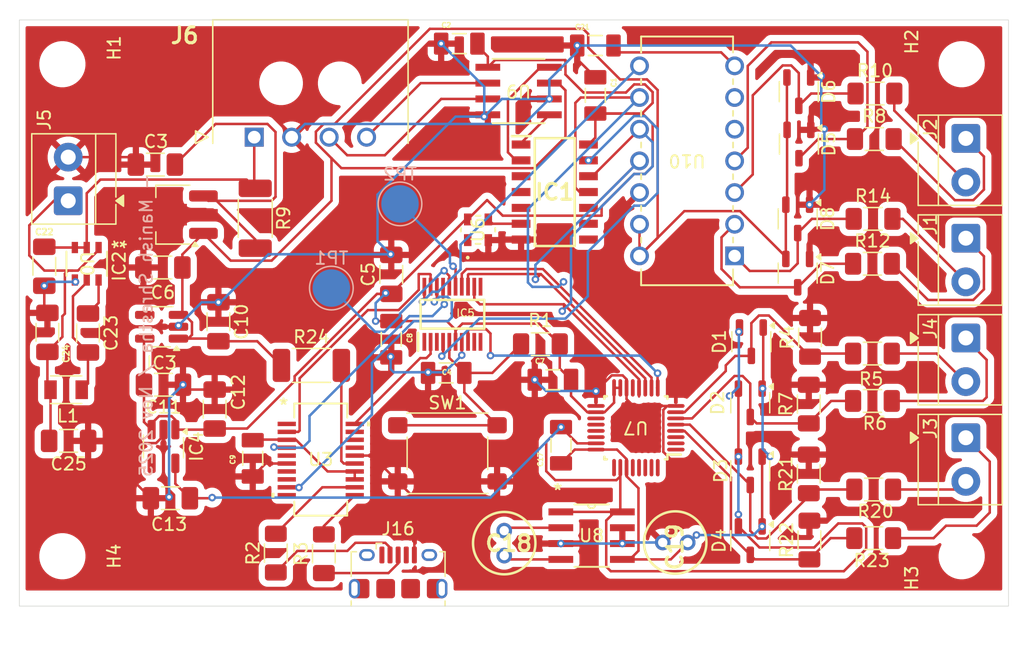
<source format=kicad_pcb>
(kicad_pcb (version 20241229) (generator "pcbnew") (generator_version "9.0")
  (layers (0 "F.Cu" signal) (2 "B.Cu" signal) (13 "F.Paste" user) (15 "B.Paste" user) (5 "F.SilkS" user "F.Silkscreen") (7 "B.SilkS" user "B.Silkscreen") (1 "F.Mask" user) (3 "B.Mask" user) (25 "Edge.Cuts" user))
  (net 0 "")
  (net 1 "GND")
  (net 2 "Net-(IC5-PA1_{slash}_NRST)")
  (net 3 "+12V")
  (net 4 "+5V")
  (net 5 "Net-(U3-3V3OUT)")
  (net 6 "Net-(IC2-VIN)")
  (net 7 "/5V out")
  (net 8 "Net-(U8-C1+)")
  (net 11 "Net-(U10-DGND)")
  (net 12 "-2V5")
  (net 13 "+3V3")
  (net 14 "Net-(U0-BST)")
  (net 15 "+2V5")
  (net 16 "Net-(U3-USBDM)")
  (net 17 "Net-(U3-USBDP)")
  (net 18 "CS_CAN")
  (net 19 "UART0_RX")
  (net 20 "CS_ADC4")
  (net 21 "UART0_CTS")
  (net 22 "Net-(U0-SW)")
  (net 25 "Net-(IC5-PA20_{slash}_A6_{slash}_SWCLK)")
  (net 27 "UART0_TX")
  (net 29 "UART0_RTS")
  (net 30 "Net-(IC5-PA19_{slash}_SWDIO)")
  (net 31 "Net-(D1-COM)")
  (net 40 "Net-(D2-COM)")
  (net 41 "Net-(D3-COM)")
  (net 42 "Net-(D4-COM)")
  (net 43 "Net-(D5-COM)")
  (net 44 "Net-(D6-COM)")
  (net 45 "Net-(D7-COM)")
  (net 46 "Net-(D8-COM)")
  (net 47 "Net-(IC1-SCK)")
  (net 49 "Net-(IC1-SDI)")
  (net 53 "Net-(IC1-TXCAN)")
  (net 54 "Net-(IC1-RXCAN)")
  (net 56 "Net-(IC1-OSC1)")
  (net 57 "Net-(IC1-SDO)")
  (net 59 "Net-(J1-Pin_2)")
  (net 60 "Net-(J1-Pin_1)")
  (net 61 "Net-(J2-Pin_1)")
  (net 62 "Net-(J2-Pin_2)")
  (net 63 "Net-(J3-Pin_2)")
  (net 64 "Net-(J3-Pin_1)")
  (net 65 "Net-(J4-Pin_2)")
  (net 66 "Net-(J4-Pin_1)")
  (net 67 "Net-(J16-D+)")
  (net 70 "Net-(J16-D-)")
  (net 79 "CS_ADC8")
  (net 80 "Net-(U3-VCC)")
  (net 96 "CAN_L")
  (net 97 "CAN_H")
  (net 100 "Net-(U8-C1-)")
  (footprint "Resistor_SMD:R_1206_3216Metric_Pad1.30x1.75mm_HandSolder" (layer "F.Cu") (at 217.95 93.8 180)
    (property "Reference" "R23")
    (property "Value" "~62k")
  )
  (footprint "ADC2_AND_4:CAPC3216X125N" (layer "F.Cu") (at 195.65 58.3 -90)
    (property "Reference" "C1")
    (property "Value" "0.1µF")
  )
  (footprint "ADC2_AND_4:CAPC3216X100N" (layer "F.Cu") (at 192.9 86.35 90)
    (property "Reference" "C17")
    (property "Value" "330nF")
  )
  (footprint "ADC2_AND_4:A750_5X7_" (layer "F.Cu") (at 188.35 94.2 180)
    (property "Reference" "C18")
    (property "Value" "47µF" (hide yes))
  )
  (footprint "Package_TO_SOT_SMD:SOT-89-3_Handsoldering" (layer "F.Cu") (at 161.8 67.8625 180)
    (property "Reference" "IC2")
    (property "Value" "L78L05ABUTR")
  )
  (footprint "TerminalBlock_MetzConnect:TerminalBlock_MetzConnect_Type059_RT06302HBWC_1x02_P3.50mm_Horizontal" (layer "F.Cu") (at 225.3325 61.75 -90)
    (property "Reference" "J2")
    (property "Value" "Screw_Terminal_01x02" (hide yes))
  )
  (footprint "Capacitor_SMD:C_1206_3216Metric_Pad1.33x1.80mm_HandSolder" (layer "F.Cu") (at 151.5 72 -90)
    (property "Reference" "C22")
    (property "Value" "10uF")
  )
  (footprint "ADC2_AND_4:A750_5X7_" (layer "F.Cu") (at 202.05 94.15 90)
    (property "Reference" "C19")
    (property "Value" "47µF" (hide yes))
  )
  (footprint "Resistor_SMD:R_1206_3216Metric_Pad1.30x1.75mm_HandSolder" (layer "F.Cu") (at 170.05 95 90)
    (property "Reference" "R2")
    (property "Value" "27R")
  )
  (footprint "LV-Sensor-Footprints-Lib:SSOP-20_FTD" (layer "F.Cu") (at 173.65 87.5)
    (property "Reference" "U3")
    (property "Value" "FT231XS-R")
  )
  (footprint "LV-Sensor-Footprints-Lib:AP6320xWU-7_DIO" (layer "F.Cu") (at 154.9 71.8 -90)
    (property "Reference" "U0")
    (property "Value" "AP63205WU-7" (hide yes))
  )
  (footprint "Package_TO_SOT_SMD:SOT-23-3" (layer "F.Cu") (at 211.9625 62.2 -90)
    (property "Reference" "D5")
    (property "Value" "BAT54S")
  )
  (footprint "Resistor_SMD:R_1206_3216Metric_Pad1.30x1.75mm_HandSolder" (layer "F.Cu") (at 218.05 58.15)
    (property "Reference" "R10")
    (property "Value" "20k")
  )
  (footprint "Package_TO_SOT_SMD:SOT-23-3" (layer "F.Cu") (at 211.95 58 -90)
    (property "Reference" "D6")
    (property "Value" "BAT54S")
  )
  (footprint "Capacitor_SMD:C_1206_3216Metric_Pad1.33x1.80mm_HandSolder" (layer "F.Cu") (at 155 77.35 -90)
    (property "Reference" "C23")
    (property "Value" "100nF")
  )
  (footprint "Package_TO_SOT_SMD:SOT-23-3" (layer "F.Cu") (at 208.0625 88.4 -90)
    (property "Reference" "D3")
    (property "Value" "BAT54S" (hide yes))
  )
  (footprint "Package_TO_SOT_SMD:SOT-23-3" (layer "F.Cu") (at 208.0625 82.95 -90)
    (property "Reference" "D2")
    (property "Value" "BAT54S" (hide yes))
  )
  (footprint "TerminalBlock_MetzConnect:TerminalBlock_MetzConnect_Type059_RT06302HBWC_1x02_P3.50mm_Horizontal" (layer "F.Cu") (at 153.4175 66.75 90)
    (property "Reference" "J5")
    (property "Value" "Screw_Terminal_01x02" (hide yes))
  )
  (footprint "TerminalBlock_MetzConnect:TerminalBlock_MetzConnect_Type059_RT06302HBWC_1x02_P3.50mm_Horizontal" (layer "F.Cu") (at 225.3325 77.75 -90)
    (property "Reference" "J4")
    (property "Value" "Screw_Terminal_01x02" (hide yes))
  )
  (footprint "ADC2_AND_4:CAPC3216X140N" (layer "F.Cu") (at 183.7 80.55)
    (property "Reference" "C4")
    (property "Value" "0.01 µF")
  )
  (footprint "ADC2_AND_4:CAPC3216X125N" (layer "F.Cu") (at 168.2 87.4 -90)
    (property "Reference" "C9")
    (property "Value" "100nF")
  )
  (footprint "Package_TO_SOT_SMD:SOT-23-3" (layer "F.Cu") (at 211.8625 72.55 -90)
    (property "Reference" "D7")
    (property "Value" "BAT54S")
  )
  (footprint "MountingHole:MountingHole_3.2mm_M3" (layer "F.Cu") (at 225 55.8 90)
    (property "Reference" "H2")
    (property "Value" "MountingHole")
  )
  (footprint "LV-Sensor-Footprints-Lib:SOIC8_4P9X3P9MC_MCH" (layer "F.Cu") (at 189.5 57.95 180)
    (property "Reference" "U9")
    (property "Value" "ATA6561-GAQW-N" (hide yes))
  )
  (footprint "Capacitor_SMD:C_1206_3216Metric_Pad1.33x1.80mm_HandSolder" (layer "F.Cu") (at 165.45 76.45 -90)
    (property "Reference" "C10")
    (property "Value" "1uF")
  )
  (footprint "Package_TO_SOT_SMD:SOT-23-3" (layer "F.Cu") (at 208.0625 94 -90)
    (property "Reference" "D4")
    (property "Value" "BAT54S" (hide yes))
  )
  (footprint "Resistor_SMD:R_1206_3216Metric_Pad1.30x1.75mm_HandSolder" (layer "F.Cu") (at 217.95 89.9)
    (property "Reference" "R20")
    (property "Value" "~62k")
  )
  (footprint "LV-Sensor-Footprints-Lib:M08A" (layer "F.Cu") (at 195.35 93.6)
    (property "Reference" "U8")
    (property "Value" "LM2662MX/NOPB" (hide yes))
  )
  (footprint "Resistor_SMD:R_1206_3216Metric_Pad1.30x1.75mm_HandSolder" (layer "F.Cu") (at 217.85 82.8 180)
    (property "Reference" "R6")
    (property "Value" "~62k")
  )
  (footprint "Resistor_SMD:R_1206_3216Metric_Pad1.30x1.75mm_HandSolder" (layer "F.Cu") (at 212.75 88.65 90)
    (property "Reference" "R21")
    (property "Value" "10k")
  )
  (footprint "Resistor_SMD:R_1206_3216Metric_Pad1.30x1.75mm_HandSolder" (layer "F.Cu") (at 212.8 93.95 90)
    (property "Reference" "R22")
    (property "Value" "10k")
  )
  (footprint "Capacitor_SMD:C_1206_3216Metric_Pad1.33x1.80mm_HandSolder" (layer "F.Cu") (at 161.6 90.6 180)
    (property "Reference" "C13")
    (property "Value" "1uF")
  )
  (footprint "Button_Switch_SMD:SW_SPST_PTS645Sx43SMTR92" (layer "F.Cu") (at 183.8 87)
    (property "Reference" "SW1")
    (property "Value" "SW_Push")
  )
  (footprint "TerminalBlock_MetzConnect:TerminalBlock_MetzConnect_Type059_RT06302HBWC_1x02_P3.50mm_Horizontal" (layer "F.Cu") (at 225.3325 69.75 -90)
    (property "Reference" "J1")
    (property "Value" "Screw_Terminal_01x02" (hide yes))
  )
  (footprint "Resistor_SMD:R_1206_3216Metric_Pad1.30x1.75mm_HandSolder" (layer "F.Cu") (at 191.25 78.25)
    (property "Reference" "R1")
    (property "Value" "47.5k" (hide yes))
  )
  (footprint "Resistor_SMD:R_1206_3216Metric_Pad1.30x1.75mm_HandSolder" (layer "F.Cu") (at 173.9 95.05 90)
    (property "Reference" "R3")
    (property "Value" "27R")
  )
  (footprint "Connector_USB:USB_Micro-B_Amphenol_10118194-0001LF_Horizontal" (layer "F.Cu") (at 179.85 96.55)
    (property "Reference" "J16")
    (property "Value" "USB_B_Micro")
  )
  (footprint "Resistor_SMD:R_1206_3216Metric_Pad1.30x1.75mm_HandSolder" (layer "F.Cu") (at 212.85 77.7 90)
    (property "Reference" "R4")
    (property "Value" "10k")
  )
  (footprint "Inductor_SMD:L_TDK_NLV25_2.5x2.0mm" (layer "F.Cu") (at 153.25 81.9)
    (property "Reference" "L1")
    (property "Value" "4.7uH")
  )
  (footprint "Resistor_SMD:R_2010_5025Metric_Pad1.40x2.65mm_HandSolder" (layer "F.Cu") (at 172.9 79.95)
    (property "Reference" "R24")
    (property "Value" "10k")
  )
  (footprint "Capacitor_SMD:C_1206_3216Metric_Pad1.33x1.80mm_HandSolder" (layer "F.Cu") (at 160.4 63.85)
    (property "Reference" "C3")
    (property "Value" "10uF")
  )
  (footprint "Capacitor_SMD:C_1206_3216Metric_Pad1.33x1.80mm_HandSolder" (layer "F.Cu") (at 165.15 83.45 90)
    (property "Reference" "C12")
    (property "Value" "1uF")
  )
  (footprint "LV-Sensor-Footprints-Lib:SOP50P490X110-20N" (layer "F.Cu") (at 184.2 75.85 90)
    (property "Reference" "IC5")
    (property "Value" "MSPM0C1104SDGS20R" (hide yes))
  )
  (footprint "Capacitor_SMD:C_1206_3216Metric_Pad1.33x1.80mm_HandSolder" (layer "F.Cu") (at 179.3 72.65 90)
    (property "Reference" "C5")
    (property "Value" "10u")
  )
  (footprint "LV-Sensor-Footprints-Lib:CDFN4_2P5X2_MCH" (layer "F.Cu") (at 186.25 69.0756 90)
    (property "Reference" "U6")
    (property "Value" "DSC1001DL5-020.0000T" (hide yes))
  )
  (footprint "TerminalBlock_MetzConnect:TerminalBlock_MetzConnect_Type059_RT06302HBWC_1x02_P3.50mm_Horizontal" (layer "F.Cu") (at 225.3325 85.75 -90)
    (property "Reference" "J3")
    (property "Value" "Screw_Terminal_01x02" (hide yes))
  )
  (footprint "LV-Sensor-Footprints-Lib:PBS0032A_N" (layer "F.Cu") (at 198.9 84.95 180)
    (property "Reference" "U7")
    (property "Value" "ADS114S06BIPBSR")
  )
  (footprint "MountingHole:MountingHole_3.2mm_M3" (layer "F.Cu") (at 225 95.25 90)
    (property "Reference" "H3")
    (property "Value" "MountingHole")
  )
  (footprint "Capacitor_SMD:C_1206_3216Metric_Pad1.33x1.80mm_HandSolder" (layer "F.Cu") (at 151.75 77.3 -90)
    (property "Reference" "C24")
    (property "Value" "22uF")
  )
  (footprint "ADC2_AND_4:CAPC3216X125N" (layer "F.Cu") (at 179.3 77.85 -90)
    (property "Reference" "C8")
    (property "Value" "100n")
  )
  (footprint "Package_TO_SOT_SMD:SOT-23-5_HandSoldering" (layer "F.Cu") (at 161.05 86.45 -90)
    (property "Reference" "IC4")
    (property "Value" "TLV74125PDBVR" (hide yes))
  )
  (footprint "Package_TO_SOT_SMD:SOT-23-3" (layer "F.Cu") (at 211.8625 68.2 -90)
    (property "Reference" "D8")
    (property "Value" "BAT54S")
  )
  (footprint "Package_TO_SOT_SMD:SOT-23-5_HandSoldering" (layer "F.Cu") (at 160.9 76.85 180)
    (property "Reference" "IC3")
    (property "Value" "TLV74133PDBVR" (hide yes))
  )
  (footprint "Resistor_SMD:R_1206_3216Metric_Pad1.30x1.75mm_HandSolder" (layer "F.Cu") (at 217.85 71.8)
    (property "Reference" "R12")
    (property "Value" "20k")
  )
  (footprint "Resistor_SMD:R_1206_3216Metric_Pad1.30x1.75mm_HandSolder" (layer "F.Cu") (at 212.75 83.05 90)
    (property "Reference" "R7")
    (property "Value" "10k")
  )
  (footprint "Package_TO_SOT_SMD:SOT-23-3" (layer "F.Cu") (at 208.15 78.05 -90)
    (property "Reference" "D1")
    (property "Value" "BAT54S" (hide yes))
  )
  (footprint "MountingHole:MountingHole_3.2mm_M3" (layer "F.Cu") (at 152.95 55.8 -90)
    (property "Reference" "H1")
    (property "Value" "MountingHole")
  )
  (footprint "ADC2_AND_4:CAPC3216X125N" (layer "F.Cu") (at 192.25 81.1)
    (property "Reference" "C7")
    (property "Value" "0.1µF")
  )
  (footprint "MountingHole:MountingHole_3.2mm_M3" (layer "F.Cu") (at 152.95 95.25 -90)
    (property "Reference" "H4")
    (property "Value" "MountingHole")
  )
  (footprint "Resistor_SMD:R_1206_3216Metric_Pad1.30x1.75mm_HandSolder" (layer "F.Cu") (at 218 61.8)
    (property "Reference" "R8")
    (property "Value" "20k")
  )
  (footprint "Resistor_SMD:R_1206_3216Metric_Pad1.30x1.75mm_HandSolder" (layer "F.Cu") (at 217.9 68.2)
    (property "Reference" "R14")
    (property "Value" "20k")
  )
  (footprint "Capacitor_SMD:C_1206_3216Metric_Pad1.33x1.80mm_HandSolder" (layer "F.Cu") (at 161 72.1)
    (property "Reference" "C6")
    (property "Value" "10uF")
  )
  (footprint "ADC2_AND_4:CAPC3216X125N" (layer "F.Cu") (at 184.75 54.15)
    (property "Reference" "C2")
    (property "Value" "0.1µF")
  )
  (footprint "Capacitor_SMD:C_1206_3216Metric_Pad1.33x1.80mm_HandSolder" (layer "F.Cu") (at 161.05 81.5)
    (property "Reference" "C11")
    (property "Value" "1uF")
  )
  (footprint "Resistor_SMD:R_2010_5025Metric_Pad1.40x2.65mm_HandSolder" (layer "F.Cu") (at 168.4 68.15 -90)
    (property "Reference" "R9")
    (property "Value" "1k")
  )
  (footprint "ADC2_AND_4:CAPC3216X140N" (layer "F.Cu") (at 195.65 54.3)
    (property "Reference" "C21")
    (property "Value" "0.01µf")
  )
  (footprint "ADC2_AND_4:CAN_FD_SOIC127P600X175-14N" (layer "F.Cu") (at 192.4 66.05)
    (property "Reference" "IC1")
    (property "Value" "MCP2517FDT-H_SL" (hide yes))
  )
  (footprint "Resistor_SMD:R_1206_3216Metric_Pad1.30x1.75mm_HandSolder" (layer "F.Cu") (at 217.85 79)
    (property "Reference" "R5")
    (property "Value" "~62k")
  )
  (footprint "ADC2_AND_4:PDIP14_300MC_MCH" (layer "F.Cu") (at 206.81 71.17 180)
    (property "Reference" "U10")
    (property "Value" "MCP3204-CI/P")
  )
  (footprint "Capacitor_SMD:C_1206_3216Metric_Pad1.33x1.80mm_HandSolder" (layer "F.Cu") (at 153.45 86 180)
    (property "Reference" "C25")
    (property "Value" "22uF")
  )
  (footprint "LV-Sensor-Footprints-Lib:43650-04_00,01,02_" (layer "F.Cu") (at 168.32175 61.6504 180)
    (property "Reference" "J6")
    (property "Value" "43650-0401" (hide yes))
  )
  (footprint "TestPoint:TestPoint_Pad_D3.0mm" (layer "B.Cu") (at 180 67 180)
    (property "Reference" "TP2")
    (property "Value" "TestPoint" (hide yes))
  )
  (footprint "TestPoint:TestPoint_Pad_D3.0mm" (layer "B.Cu") (at 174.5 73.75 180)
    (property "Reference" "TP1")
    (property "Value" "TestPoint" (hide yes))
  )
  (gr_rect (start 149.5 52.25) (end 228.75 99.25) (stroke (width 0.05)) (fill no) (layer "Edge.Cuts"))
  (gr_text "- Manish Shrestha / Nov 2025" (at 160.25 64.5 90) (layer "B.SilkS") (effects (font (size 1 1)) (justify left bottom mirror)))
  (segment (start 179.3 79.3) (end 179.25 79.25) (width 0.2) (layer "F.Cu") (net 1))
  (segment (start 158.2375 63.25) (end 158.8375 63.85) (width 0.2) (layer "F.Cu") (net 1))
  (segment (start 212.9125 61.0625) (end 213.1875 61.0625) (width 0.2) (layer "F.Cu") (net 1))
  (segment (start 184.147 55) (end 184.75 55) (width 0.2) (layer "F.Cu") (net 1))
  (segment (start 194.197 55.394) (end 194.197 54.3) (width 0.2) (layer "F.Cu") (net 1))
  (segment (start 161.05 85.58999) (end 160.45899 86.181) (width 0.2) (layer "F.Cu") (net 1))
  (segment (start 198.150002 81.062193) (end 197.83681 80.749001) (width 0.2) (layer "F.Cu") (net 1))
  (segment (start 198.700001 83.200001) (end 202.100001 83.200001) (width 0.2) (layer "F.Cu") (net 1))
  (segment (start 153.949999 73.199999) (end 154 73.25) (width 0.2) (layer "F.Cu") (net 1))
  (segment (start 155.1935 86.181) (end 155.0125 86) (width 0.2) (layer "F.Cu") (net 1))
  (segment (start 165.15 81.8875) (end 163 81.8875) (width 0.2) (layer "F.Cu") (net 1))
  (segment (start 161.4 90.6) (end 161.5 90.5) (width 0.2) (layer "F.Cu") (net 1))
  (segment (start 195.65 56.847) (end 194.197 55.394) (width 0.2) (layer "F.Cu") (net 1))
  (segment (start 201.675 93.525) (end 201.675 87.462811) (width 0.2) (layer "F.Cu") (net 1))
  (segment (start 181.15 95.15) (end 181.15 90.58) (width 0.2) (layer "F.Cu") (net 1))
  (segment (start 160.0375 90.6) (end 158.5 89.0625) (width 0.2) (layer "F.Cu") (net 1))
  (segment (start 201.675 87.462811) (end 201.099001 86.886812) (width 0.2) (layer "F.Cu") (net 1))
  (segment (start 195.700001 82.012191) (end 195.700001 82.049999) (width 0.2) (layer "F.Cu") (net 1))
  (segment (start 179.25 71) (end 179.25 71.0375) (width 0.2) (layer "F.Cu") (net 1))
  (segment (start 187.0362 59.855) (end 186.895 59.855) (width 0.2) (layer "F.Cu") (net 1))
  (segment (start 151.2 73.3125) (end 151.5 73.6125) (width 0.2) (layer "F.Cu") (net 1))
  (segment (start 169.235501 87.817499) (end 168.2 88.853) (width 0.2) (layer "F.Cu") (net 1))
  (segment (start 198.150002 81.750001) (end 198.150002 82.650002) (width 0.2) (layer "F.Cu") (net 1))
  (segment (start 160.45899 86.181) (end 158.5 86.181) (width 0.2) (layer "F.Cu") (net 1))
  (segment (start 183.297 54.15) (end 184.147 55) (width 0.2) (layer "F.Cu") (net 1))
  (segment (start 151.5 73.5625) (end 151.5 75.4875) (width 0.2) (layer "F.Cu") (net 1))
  (segment (start 213.9375 61.0625) (end 214 61) (width 0.2) (layer "F.Cu") (net 1))
  (segment (start 151.5 75.4875) (end 151.75 75.7375) (width 0.2) (layer "F.Cu") (net 1))
  (segment (start 201.05 94.15) (end 201.675 93.525) (width 0.2) (layer "F.Cu") (net 1))
  (segment (start 179.3 79.303) (end 179.3 79.3) (width 0.2) (layer "F.Cu") (net 1))
  (segment (start 212.9125 61.0625) (end 213.9375 61.0625) (width 0.2) (layer "F.Cu") (net 1))
  (segment (start 158.5 86.181) (end 155.1935 86.181) (width 0.2) (layer "F.Cu") (net 1))
  (segment (start 153.949999 73.10175) (end 153.949999 73.199999) (width 0.2) (layer "F.Cu") (net 1))
  (segment (start 176.37415 87.182501) (end 177.752501 87.182501) (width 0.2) (layer "F.Cu") (net 1))
  (segment (start 196.963191 80.749001) (end 195.700001 82.012191) (width 0.2) (layer "F.Cu") (net 1))
  (segment (start 161.05 85.1) (end 161.05 85.58999) (width 0.2) (layer "F.Cu") (net 1))
  (segment (start 198.150002 81.750001) (end 198.150002 81.062193) (width 0.2) (layer "F.Cu") (net 1))
  (segment (start 153.4175 63.25) (end 158.2375 63.25) (width 0.2) (layer "F.Cu") (net 1))
  (segment (start 181.15 90.58) (end 179.82 89.25) (width 0.2) (layer "F.Cu") (net 1))
  (segment (start 186.895 59.855) (end 186.75 60) (width 0.2) (layer "F.Cu") (net 1))
  (segment (start 197.83681 80.749001) (end 196.963191 80.749001) (width 0.2) (layer "F.Cu") (net 1))
  (segment (start 170.92585 87.817499) (end 169.235501 87.817499) (width 0.2) (layer "F.Cu") (net 1))
  (segment (start 212.9 56.8625) (end 213.6375 56.8625) (width 0.2) (layer "F.Cu") (net 1))
  (segment (start 177.752501 87.182501) (end 179.82 89.25) (width 0.2) (layer "F.Cu") (net 1))
  (segment (start 160.0375 90.6) (end 161.4 90.6) (width 0.2) (layer "F.Cu") (net 1))
  (segment (start 201.099001 86.886812) (end 201.099001 83.51319) (width 0.2) (layer "F.Cu") (net 1))
  (segment (start 201.099001 83.51319) (end 201.41219 83.200001) (width 0.2) (layer "F.Cu") (net 1))
  (segment (start 184.95 78.062) (end 184.950001 79.131575) (width 0.2) (layer "F.Cu") (net 1))
  (segment (start 213.6375 56.8625) (end 213.75 56.75) (width 0.2) (layer "F.Cu") (net 1))
  (segment (start 158.5 89.0625) (end 158.5 86.181) (width 0.2) (layer "F.Cu") (net 1))
  (segment (start 162.25 76.85) (end 162.25 76.75) (width 0.2) (layer "F.Cu") (net 1))
  (segment (start 197.8138 94.235) (end 197.8138 92.965) (width 0.2) (layer "F.Cu") (net 1))
  (segment (start 179.3 71.0875) (end 179.25 71.0375) (width 0.2) (layer "F.Cu") (net 1))
  (segment (start 198.150002 82.650002) (end 198.700001 83.200001) (width 0.2) (layer "F.Cu") (net 1))
  (segment (start 201.41219 83.200001) (end 202.100001 83.200001) (width 0.2) (layer "F.Cu") (net 1))
  (segment (start 195.700001 82.012191) (end 195.700001 83.200001) (width 0.2) (layer "F.Cu") (net 1))
  (segment (start 163 81.8875) (end 162.6125 81.5) (width 0.2) (layer "F.Cu") (net 1))
  (via (at 182.25 80.5) (size 0.6) (drill 0.3) (layers "F.Cu" "B.Cu") (net 1))
  (via (at 191.9638 58.585) (size 0.6) (drill 0.3) (layers "F.Cu" "B.Cu") (net 1))
  (via (at 151.5 73.5625) (size 0.6) (drill 0.3) (layers "F.Cu" "B.Cu") (net 1))
  (via (at 184.950001 79.131575) (size 0.6) (drill 0.3) (layers "F.Cu" "B.Cu") (net 1))
  (via (at 183.297 54.15) (size 0.6) (drill 0.3) (layers "F.Cu" "B.Cu") (net 1))
  (via (at 186.75 60) (size 0.6) (drill 0.3) (layers "F.Cu" "B.Cu") (net 1))
  (via (at 179.25 79.25) (size 0.6) (drill 0.3) (layers "F.Cu" "B.Cu") (net 1))
  (via (at 161.5 90.5) (size 0.6) (drill 0.3) (layers "F.Cu" "B.Cu") (net 1))
  (via (at 162.6125 81.5) (size 0.6) (drill 0.3) (layers "F.Cu" "B.Cu") (net 1))
  (via (at 154 73.25) (size 0.6) (drill 0.3) (layers "F.Cu" "B.Cu") (net 1))
  (via (at 190.797 81.1) (size 0.6) (drill 0.3) (layers "F.Cu" "B.Cu") (net 1))
  (via (at 165.45 74.8875) (size 0.6) (drill 0.3) (layers "F.Cu" "B.Cu") (net 1))
  (via (at 192.8862 94.235) (size 0.6) (drill 0.3) (layers "F.Cu" "B.Cu") (net 1))
  (via (at 162.25 76.75) (size 0.6) (drill 0.3) (layers "F.Cu" "B.Cu") (net 1))
  (via (at 214 61) (size 0.6) (drill 0.3) (layers "F.Cu" "B.Cu") (net 1))
  (via (at 194.197 54.3) (size 0.6) (drill 0.3) (layers "F.Cu" "B.Cu") (net 1))
  (via (at 197.8138 94.235) (size 0.6) (drill 0.3) (layers "F.Cu" "B.Cu") (net 1))
  (via (at 212.8125 67.0625) (size 0.6) (drill 0.3) (layers "F.Cu" "B.Cu") (net 1))
  (via (at 179.25 71.0375) (size 0.6) (drill 0.3) (layers "F.Cu" "B.Cu") (net 1))
  (via (at 213.75 56.75) (size 0.6) (drill 0.3) (layers "F.Cu" "B.Cu") (net 1))
  (via (at 213.75 56.75) (size 0.6) (drill 0.3) (layers "F.Cu" "B.Cu") (net 1))
  (via (at 195.700001 82.012191) (size 0.6) (drill 0.3) (layers "F.Cu" "B.Cu") (net 1))
  (segment (start 197.8988 94.15) (end 197.8138 94.235) (width 0.2) (layer "B.Cu") (net 1))
  (segment (start 172.38275 60.5894) (end 171.32175 61.6504) (width 0.2) (layer "B.Cu") (net 1))
  (segment (start 169.4625 71.0375) (end 165.5 75) (width 0.2) (layer "B.Cu") (net 1))
  (segment (start 178.199 66.254001) (end 184.453001 60) (width 0.2) (layer "B.Cu") (net 1))
  (segment (start 195.700001 82.012191) (end 195.737809 82.012191) (width 0.2) (layer "B.Cu") (net 1))
  (segment (start 188.165 58.585) (end 186.75 60) (width 0.2) (layer "B.Cu") (net 1))
  (segment (start 211.3 54.3) (end 194.197 54.3) (width 0.2) (layer "B.Cu") (net 1))
  (segment (start 214 61) (end 214 65.875) (width 0.2) (layer "B.Cu") (net 1))
  (segment (start 165.45 74.8875) (end 164.1125 74.8875) (width 0.2) (layer "B.Cu") (net 1))
  (segment (start 214 61) (end 213.75 60.75) (width 0.2) (layer "B.Cu") (net 1))
  (segment (start 179.25 71.0375) (end 178.199 69.9865) (width 0.2) (layer "B.Cu") (net 1))
  (segment (start 184.453001 60) (end 186.75 60) (width 0.2) (layer "B.Cu") (net 1))
  (segment (start 191.9638 58.585) (end 189.9594 60.5894) (width 0.2) (layer "B.Cu") (net 1))
  (segment (start 194.197 54.803) (end 194.197 54.3) (width 0.2) (layer "B.Cu") (net 1))
  (segment (start 195.75 82) (end 191.697 82) (width 0.2) (layer "B.Cu") (net 1))
  (segment (start 195.737809 82.012191) (end 195.75 82) (width 0.2) (layer "B.Cu") (net 1))
  (segment (start 161.5 82.6125) (end 162.6125 81.5) (width 0.2) (layer "B.Cu") (net 1))
  (segment (start 165.5 75) (end 165.45 74.95) (width 0.2) (layer "B.Cu") (net 1))
  (segment (start 213.75 60.75) (end 213.75 56.75) (width 0.2) (layer "B.Cu") (net 1))
  (segment (start 191.9638 58.585) (end 191.9638 57.0362) (width 0.2) (layer "B.Cu") (net 1))
  (segment (start 184.950001 79.131575) (end 183.581576 80.5) (width 0.2) (layer "B.Cu") (net 1))
  (segment (start 191.9638 58.585) (end 188.165 58.585) (width 0.2) (layer "B.Cu") (net 1))
  (segment (start 191.9638 57.0362) (end 194.197 54.803) (width 0.2) (layer "B.Cu") (net 1))
  (segment (start 162.25 76.75) (end 162.25 76.85) (width 0.2) (layer "B.Cu") (net 1))
  (segment (start 179.25 71.0375) (end 169.4625 71.0375) (width 0.2) (layer "B.Cu") (net 1))
  (segment (start 191.697 82) (end 190.797 81.1) (width 0.2) (layer "B.Cu") (net 1))
  (segment (start 179.5 80.5) (end 182.25 80.5) (width 0.2) (layer "B.Cu") (net 1))
  (segment (start 189.9594 60.5894) (end 172.38275 60.5894) (width 0.2) (layer "B.Cu") (net 1))
  (segment (start 214 65.875) (end 212.8125 67.0625) (width 0.2) (layer "B.Cu") (net 1))
  (segment (start 178.199 69.9865) (end 178.199 66.254001) (width 0.2) (layer "B.Cu") (net 1))
  (segment (start 213.75 56.75) (end 211.3 54.3) (width 0.2) (layer "B.Cu") (net 1))
  (segment (start 197.8138 94.235) (end 192.8862 94.235) (width 0.2) (layer "B.Cu") (net 1))
  (segment (start 154 73.25) (end 151.8125 73.25) (width 0.2) (layer "B.Cu") (net 1))
  (segment (start 165.45 74.95) (end 165.45 74.8875) (width 0.2) (layer "B.Cu") (net 1))
  (segment (start 183.297 54.15) (end 186.75 57.603) (width 0.2) (layer "B.Cu") (net 1))
  (segment (start 179.25 79.25) (end 179.25 80.25) (width 0.2) (layer "B.Cu") (net 1))
  (segment (start 164.1125 74.8875) (end 162.25 76.75) (width 0.2) (layer "B.Cu") (net 1))
  (segment (start 161.5 90.5) (end 161.5 82.6125) (width 0.2) (layer "B.Cu") (net 1))
  (segment (start 183.581576 80.5) (end 182.25 80.5) (width 0.2) (layer "B.Cu") (net 1))
  (segment (start 151.8125 73.25) (end 151.5 73.5625) (width 0.2) (layer "B.Cu") (net 1))
  (segment (start 201.05 94.15) (end 197.8988 94.15) (width 0.2) (layer "B.Cu") (net 1))
  (segment (start 186.75 57.603) (end 186.75 60) (width 0.2) (layer "B.Cu") (net 1))
  (segment (start 179.25 80.25) (end 179.5 80.5) (width 0.2) (layer "B.Cu") (net 1))
  (segment (start 183.297 54.15) (end 183.1 54.15) (width 0.2) (layer "B.Cu") (net 1))
  (segment (start 185.153 82.123) (end 187.78 84.75) (width 0.2) (layer "F.Cu") (net 2))
  (segment (start 187.78 84.75) (end 179.82 84.75) (width 0.2) (layer "F.Cu") (net 2))
  (segment (start 185.153 80.55) (end 185.153 82.123) (width 0.2) (layer "F.Cu") (net 2))
  (segment (start 183.95 79.347) (end 183.95 78.062) (width 0.2) (layer "F.Cu") (net 2))
  (segment (start 185.153 80.55) (end 187.399999 80.55) (width 0.2) (layer "F.Cu") (net 2))
  (segment (start 187.399999 80.55) (end 189.699999 78.25) (width 0.2) (layer "F.Cu") (net 2))
  (segment (start 185.153 80.55) (end 183.95 79.347) (width 0.2) (layer "F.Cu") (net 2))
  (segment (start 154.9 70.49825) (end 151.51075 70.49825) (width 0.2) (layer "F.Cu") (net 3))
  (segment (start 151.51075 70.49825) (end 151.2 70.1875) (width 0.2) (layer "F.Cu") (net 3))
  (segment (start 168.32175 61.6504) (end 168.32175 65.67175) (width 0.2) (layer "F.Cu") (net 3))
  (segment (start 154.9 66.150001) (end 154.9 70.49825) (width 0.2) (layer "F.Cu") (net 3))
  (segment (start 167.700001 65.050001) (end 168.4 65.75) (width 0.2) (layer "F.Cu") (net 3))
  (segment (start 168.32175 65.67175) (end 168.4 65.75) (width 0.2) (layer "F.Cu") (net 3))
  (segment (start 156 65.050001) (end 167.700001 65.050001) (width 0.2) (layer "F.Cu") (net 3))
  (segment (start 156 65.050001) (end 154.9 66.150001) (width 0.2) (layer "F.Cu") (net 3))
  (segment (start 162.5625 75.5875) (end 162.25 75.9) (width 0.2) (layer "F.Cu") (net 4))
  (segment (start 210.9125 71.247151) (end 207.245049 67.5797) (width 0.2) (layer "F.Cu") (net 4))
  (segment (start 199.791149 57.0187) (end 197.631458 57.0187) (width 0.2) (layer "F.Cu") (net 4))
  (segment (start 163.331 77.498999) (end 163.029999 77.8) (width 0.2) (layer "F.Cu") (net 4))
  (segment (start 165.45 78.0125) (end 168.5625 78.0125) (width 0.2) (layer "F.Cu") (net 4))
  (segment (start 162.5625 72.1) (end 162.5625 75.5875) (width 0.2) (layer "F.Cu") (net 4))
  (segment (start 162.73999 75.9) (end 163.331 76.49101) (width 0.2) (layer "F.Cu") (net 4))
  (segment (start 197.631458 57.0187) (end 195.078 54.465242) (width 0.2) (layer "F.Cu") (net 4))
  (segment (start 168.5625 78.0125) (end 170.5 79.95) (width 0.2) (layer "F.Cu") (net 4))
  (segment (start 199.19 71.17) (end 200.6413 69.7187) (width 0.2) (layer "F.Cu") (net 4))
  (segment (start 200.6413 69.7187) (end 200.6413 57.868851) (width 0.2) (layer "F.Cu") (net 4))
  (segment (start 182.386631 52.964) (end 174.761231 60.5894) (width 0.2) (layer "F.Cu") (net 4))
  (segment (start 211 56.8625) (end 211 61.05) (width 0.2) (layer "F.Cu") (net 4))
  (segment (start 195.078 54.465242) (end 195.078 53.371242) (width 0.2) (layer "F.Cu") (net 4))
  (segment (start 199.19 71.17) (end 199.19 68.63) (width 0.2) (layer "F.Cu") (net 4))
  (segment (start 211.0125 61.0625) (end 211.0125 66.9625) (width 0.2) (layer "F.Cu") (net 4))
  (segment (start 175.306869 64.136) (end 190.751 64.136) (width 0.2) (layer "F.Cu") (net 4))
  (segment (start 162.5625 71.05) (end 162.5625 72.1) (width 0.2) (layer "F.Cu") (net 4))
  (segment (start 162.25 75.9) (end 162.73999 75.9) (width 0.2) (layer "F.Cu") (net 4))
  (segment (start 190.751 64.136) (end 193.2554 61.6316) (width 0.2) (layer "F.Cu") (net 4))
  (segment (start 174.510435 63.339565) (end 175.306869 64.136) (width 0.2) (layer "F.Cu") (net 4))
  (segment (start 207.245049 67.5797) (end 202.7803 67.5797) (width 0.2) (layer "F.Cu") (net 4))
  (segment (start 163.029999 77.8) (end 162.25 77.8) (width 0.2) (layer "F.Cu") (net 4))
  (segment (start 193.2554 57.8954) (end 192.675 57.315) (width 0.2) (layer "F.Cu") (net 4))
  (segment (start 200.6413 57.868851) (end 199.791149 57.0187) (width 0.2) (layer "F.Cu") (net 4))
  (segment (start 194.670758 52.964) (end 182.386631 52.964) (width 0.2) (layer "F.Cu") (net 4))
  (segment (start 162.25 77.8) (end 165.2375 77.8) (width 0.2) (layer "F.Cu") (net 4))
  (segment (start 173.26075 61.210919) (end 173.26075 62.089881) (width 0.2) (layer "F.Cu") (net 4))
  (segment (start 174.761231 60.5894) (end 173.882269 60.5894) (width 0.2) (layer "F.Cu") (net 4))
  (segment (start 195.078 53.371242) (end 194.670758 52.964) (width 0.2) (layer "F.Cu") (net 4))
  (segment (start 163.331 76.49101) (end 163.331 77.498999) (width 0.2) (layer "F.Cu") (net 4))
  (segment (start 211 61.05) (end 211.0125 61.0625) (width 0.2) (layer "F.Cu") (net 4))
  (segment (start 166.4385 71.551) (end 169.71016 71.551) (width 0.2) (layer "F.Cu") (net 4))
  (segment (start 174.510435 66.750725) (end 174.510435 63.339565) (width 0.2) (layer "F.Cu") (net 4))
  (segment (start 192.675 57.315) (end 191.9638 57.315) (width 0.2) (layer "F.Cu") (net 4))
  (segment (start 210.9125 71.4125) (end 210.9125 71.247151) (width 0.2) (layer "F.Cu") (net 4))
  (segment (start 193.2554 61.6316) (end 193.2554 57.8954) (width 0.2) (layer "F.Cu") (net 4))
  (segment (start 210.9125 67.0625) (end 210.9125 71.4125) (width 0.2) (layer "F.Cu") (net 4))
  (segment (start 211.0125 66.9625) (end 210.9125 67.0625) (width 0.2) (layer "F.Cu") (net 4))
  (segment (start 202.7803 67.5797) (end 199.19 71.17) (width 0.2) (layer "F.Cu") (net 4))
  (segment (start 169.71016 71.551) (end 174.510435 66.750725) (width 0.2) (layer "F.Cu") (net 4))
  (segment (start 173.26075 62.089881) (end 174.510435 63.339565) (width 0.2) (layer "F.Cu") (net 4))
  (segment (start 164.25 69.3625) (end 162.5625 71.05) (width 0.2) (layer "F.Cu") (net 4))
  (segment (start 164.25 69.3625) (end 166.4385 71.551) (width 0.2) (layer "F.Cu") (net 4))
  (segment (start 165.2375 77.8) (end 165.45 78.0125) (width 0.2) (layer "F.Cu") (net 4))
  (segment (start 173.882269 60.5894) (end 173.26075 61.210919) (width 0.2) (layer "F.Cu") (net 4))
  (segment (start 171.6625 85.9125) (end 174.2025 88.4525) (width 0.2) (layer "F.Cu") (net 5))
  (segment (start 176.37415 88.4525) (end 176.37415 89.0875) (width 0.2) (layer "F.Cu") (net 5))
  (segment (start 170.92585 85.9125) (end 170.91235 85.899) (width 0.2) (layer "F.Cu") (net 5))
  (segment (start 170.91235 85.899) (end 168.248 85.899) (width 0.2) (layer "F.Cu") (net 5))
  (segment (start 168.248 85.899) (end 168.2 85.947) (width 0.2) (layer "F.Cu") (net 5))
  (segment (start 174.2025 88.4525) (end 176.37415 88.4525) (width 0.2) (layer "F.Cu") (net 5))
  (segment (start 170.92585 85.9125) (end 171.6625 85.9125) (width 0.2) (layer "F.Cu") (net 5))
  (segment (start 164.25 66.3625) (end 164.6385 66.751) (width 0.2) (layer "F.Cu") (net 6))
  (segment (start 169.71016 66.751) (end 170.026 66.43516) (width 0.2) (layer "F.Cu") (net 6))
  (segment (start 170.026 61.23265) (end 170.026 66.43516) (width 0.2) (layer "F.Cu") (net 6))
  (segment (start 169.38275 60.5894) (end 170.026 61.23265) (width 0.2) (layer "F.Cu") (net 6))
  (segment (start 168.4 70.55) (end 168.4 69.850001) (width 0.2) (layer "F.Cu") (net 6))
  (segment (start 164.6385 66.751) (end 169.71016 66.751) (width 0.2) (layer "F.Cu") (net 6))
  (segment (start 170.026 66.43516) (end 169.80558 66.65558) (width 0.2) (layer "F.Cu") (net 6))
  (segment (start 168.4 69.850001) (end 164.912499 66.3625) (width 0.2) (layer "F.Cu") (net 6))
  (segment (start 164.912499 66.3625) (end 164.25 66.3625) (width 0.2) (layer "F.Cu") (net 6))
  (segment (start 161.9625 63.85) (end 165.2231 60.5894) (width 0.2) (layer "F.Cu") (net 6))
  (segment (start 165.2231 60.5894) (end 169.38275 60.5894) (width 0.2) (layer "F.Cu") (net 6))
  (segment (start 150.299 68.718501) (end 152.267501 66.75) (width 0.2) (layer "F.Cu") (net 7))
  (segment (start 152.951 76) (end 152.951 77.6615) (width 0.2) (layer "F.Cu") (net 7))
  (segment (start 152.951 77.6615) (end 151.75 78.8625) (width 0.2) (layer "F.Cu") (net 7))
  (segment (start 153.75 72.3499) (end 153.394999 72.3499) (width 0.2) (layer "F.Cu") (net 7))
  (segment (start 155.850001 70.49825) (end 155.850001 70.6951) (width 0.2) (layer "F.Cu") (net 7))
  (segment (start 153.15 75.801) (end 152.951 76) (width 0.2) (layer "F.Cu") (net 7))
  (segment (start 151.75 81.65) (end 152 81.9) (width 0.2) (layer "F.Cu") (net 7))
  (segment (start 155.850001 70.6951) (end 154.195201 72.3499) (width 0.2) (layer "F.Cu") (net 7))
  (segment (start 151.51374 72.3499) (end 150.299 71.13516) (width 0.2) (layer "F.Cu") (net 7))
  (segment (start 153.15 72.594899) (end 153.15 75.801) (width 0.2) (layer "F.Cu") (net 7))
  (segment (start 150.299 71.13516) (end 150.299 68.718501) (width 0.2) (layer "F.Cu") (net 7))
  (segment (start 152.267501 66.75) (end 153.4175 66.75) (width 0.2) (layer "F.Cu") (net 7))
  (segment (start 152 85.8875) (end 151.8875 86) (width 0.2) (layer "F.Cu") (net 7))
  (segment (start 154.195201 72.3499) (end 153.75 72.3499) (width 0.2) (layer "F.Cu") (net 7))
  (segment (start 152 81.9) (end 152 85.8875) (width 0.2) (layer "F.Cu") (net 7))
  (segment (start 153.75 72.3499) (end 151.51374 72.3499) (width 0.2) (layer "F.Cu") (net 7))
  (segment (start 151.75 78.8625) (end 151.75 81.65) (width 0.2) (layer "F.Cu") (net 7))
  (segment (start 153.394999 72.3499) (end 153.15 72.594899) (width 0.2) (layer "F.Cu") (net 7))
  (segment (start 192.8862 92.965) (end 188.585 92.965) (width 0.2) (layer "F.Cu") (net 8))
  (segment (start 188.585 92.965) (end 188.35 93.2) (width 0.2) (layer "F.Cu") (net 8))
  (segment (start 206.81 55.93) (end 205.73 54.85) (width 0.2) (layer "F.Cu") (net 11))
  (segment (start 197.653 54.85) (end 197.103 54.3) (width 0.2) (layer "F.Cu") (net 11))
  (segment (start 205.73 54.85) (end 197.653 54.85) (width 0.2) (layer "F.Cu") (net 11))
  (segment (start 201.695 95.505) (end 203.05 94.15) (width 0.2) (layer "F.Cu") (net 12))
  (segment (start 195.700001 86.700002) (end 194.002998 86.700002) (width 0.2) (layer "F.Cu") (net 12))
  (segment (start 199.1054 89.793211) (end 198.150002 88.837813) (width 0.2) (layer "F.Cu") (net 12))
  (segment (start 198.150002 88.150001) (end 198.150002 87.462193) (width 0.2) (layer "F.Cu") (net 12))
  (segment (start 203.15 94.15) (end 203.75 93.55) (width 0.2) (layer "F.Cu") (net 12))
  (segment (start 198.150002 87.462193) (end 197.387811 86.700002) (width 0.2) (layer "F.Cu") (net 12))
  (segment (start 199.1054 94.8154) (end 199.1054 89.793211) (width 0.2) (layer "F.Cu") (net 12))
  (segment (start 209.1 81.725) (end 209.0125 81.8125) (width 0.2) (layer "F.Cu") (net 12))
  (segment (start 197.8138 95.505) (end 198.4158 95.505) (width 0.2) (layer "F.Cu") (net 12))
  (segment (start 203.05 94.15) (end 203.15 94.15) (width 0.2) (layer "F.Cu") (net 12))
  (segment (start 198.150002 88.837813) (end 198.150002 88.150001) (width 0.2) (layer "F.Cu") (net 12))
  (segment (start 197.387811 86.700002) (end 195.700001 86.700002) (width 0.2) (layer "F.Cu") (net 12))
  (segment (start 209.0125 87.2625) (end 209.6375 87.2625) (width 0.2) (layer "F.Cu") (net 12))
  (segment (start 209.1 76.9125) (end 209.1 81.725) (width 0.2) (layer "F.Cu") (net 12))
  (segment (start 197.8138 95.505) (end 201.695 95.505) (width 0.2) (layer "F.Cu") (net 12))
  (segment (start 209.0125 87.2625) (end 209.0125 92.8625) (width 0.2) (layer "F.Cu") (net 12))
  (segment (start 209.6375 87.2625) (end 209.65 87.25) (width 0.2) (layer "F.Cu") (net 12))
  (segment (start 198.4158 95.505) (end 199.1054 94.8154) (width 0.2) (layer "F.Cu") (net 12))
  (segment (start 194.002998 86.700002) (end 192.9 87.803) (width 0.2) (layer "F.Cu") (net 12))
  (via (at 209.05 81.8) (size 0.6) (drill 0.3) (layers "F.Cu" "B.Cu") (net 12))
  (via (at 203.75 93.55) (size 0.6) (drill 0.3) (layers "F.Cu" "B.Cu") (net 12))
  (via (at 209.0125 92.8625) (size 0.6) (drill 0.3) (layers "F.Cu" "B.Cu") (net 12))
  (via (at 209.65 87.25) (size 0.6) (drill 0.3) (layers "F.Cu" "B.Cu") (net 12))
  (segment (start 203.75 93.55) (end 208.325 93.55) (width 0.2) (layer "B.Cu") (net 12))
  (segment (start 208.325 93.55) (end 209.0125 92.8625) (width 0.2) (layer "B.Cu") (net 12))
  (segment (start 209.65 87.25) (end 209.05 86.65) (width 0.2) (layer "B.Cu") (net 12))
  (segment (start 209.05 86.65) (end 209.05 81.8) (width 0.2) (layer "B.Cu") (net 12))
  (segment (start 193.2554 56.6254) (end 193.2554 55.4646) (width 0.2) (layer "F.Cu") (net 13))
  (segment (start 200.2403 58.905049) (end 200.2403 58.034951) (width 0.2) (layer "F.Cu") (net 13))
  (segment (start 185.2643 68.2482) (end 185.425 68.2482) (width 0.2) (layer "F.Cu") (net 13))
  (segment (start 192.800001 78.25) (end 191.150001 76.6) (width 0.2) (layer "F.Cu") (net 13))
  (segment (start 198.754951 57.4197) (end 198.105651 58.069) (width 0.2) (layer "F.Cu") (net 13))
  (segment (start 162 85.1) (end 165.0625 85.1) (width 0.2) (layer "F.Cu") (net 13))
  (segment (start 195.65 59.753) (end 195.65 61.69) (width 0.2) (layer "F.Cu") (net 13))
  (segment (start 162 84.320001) (end 162 85.1) (width 0.2) (layer "F.Cu") (net 13))
  (segment (start 197.65 81.750001) (end 197.150001 81.750001) (width 0.2) (layer "F.Cu") (net 13))
  (segment (start 192.800001 80.197001) (end 193.703 81.1) (width 0.2) (layer "F.Cu") (net 13))
  (segment (start 159.4875 84.4875) (end 160.1 85.1) (width 0.2) (layer "F.Cu") (net 13))
  (segment (start 196.387812 83.7) (end 195.700001 83.7) (width 0.2) (layer "F.Cu") (net 13))
  (segment (start 186.9792 66.694) (end 188.2312 67.946) (width 0.2) (layer "F.Cu") (net 13))
  (segment (start 187.0362 55.1832) (end 187.0362 56.045) (width 0.2) (layer "F.Cu") (net 13))
  (segment (start 195.65 59.753) (end 199.392349 59.753) (width 0.2) (layer "F.Cu") (net 13))
  (segment (start 185.425 68.2482) (end 186.9792 66.694) (width 0.2) (layer "F.Cu") (net 13))
  (segment (start 160.69101 84.019) (end 161.698999 84.019) (width 0.2) (layer "F.Cu") (net 13))
  (segment (start 160.1 84.61001) (end 160.69101 84.019) (width 0.2) (layer "F.Cu") (net 13))
  (segment (start 159.4875 77.8625) (end 159.55 77.8) (width 0.2) (layer "F.Cu") (net 13))
  (segment (start 171.5561 80.81564) (end 178.15924 74.2125) (width 0.2) (layer "F.Cu") (net 13))
  (segment (start 199.418349 59.753) (end 195.65 59.753) (width 0.2) (layer "F.Cu") (net 13))
  (segment (start 199.625049 57.4197) (end 198.754951 57.4197) (width 0.2) (layer "F.Cu") (net 13))
  (segment (start 165.15 85.0125) (end 167.74866 85.0125) (width 0.2) (layer "F.Cu") (net 13))
  (segment (start 184.45 77.0975) (end 184.45 78.062) (width 0.2) (layer "F.Cu") (net 13))
  (segment (start 179.3 74.2125) (end 185.2643 68.2482) (width 0.2) (layer "F.Cu") (net 13))
  (segment (start 196.151 67.946) (end 196.151 67.204251) (width 0.2) (layer "F.Cu") (net 13))
  (segment (start 161.698999 84.019) (end 162 84.320001) (width 0.2) (layer "F.Cu") (net 13))
  (segment (start 198.105651 58.069) (end 194.699 58.069) (width 0.2) (layer "F.Cu") (net 13))
  (segment (start 199.625049 64.6003) (end 200.2403 63.985049) (width 0.2) (layer "F.Cu") (net 13))
  (segment (start 188.2312 67.946) (end 196.151 67.946) (width 0.2) (layer "F.Cu") (net 13))
  (segment (start 178.053 76.397) (end 178.05 76.4) (width 0.2) (layer "F.Cu") (net 13))
  (segment (start 178.15924 74.2125) (end 179.3 74.2125) (width 0.2) (layer "F.Cu") (net 13))
  (segment (start 195.700001 83.7) (end 195.01219 83.7) (width 0.2) (layer "F.Cu") (net 13))
  (segment (start 165.0625 85.1) (end 165.15 85.0125) (width 0.2) (layer "F.Cu") (net 13))
  (segment (start 159.4875 81.5) (end 159.4875 84.4875) (width 0.2) (layer "F.Cu") (net 13))
  (segment (start 200.2403 63.985049) (end 200.2403 60.574951) (width 0.2) (layer "F.Cu") (net 13))
  (segment (start 185 76.6) (end 184.45 77.15) (width 0.2) (layer "F.Cu") (net 13))
  (segment (start 196.151 67.204251) (end 198.754951 64.6003) (width 0.2) (layer "F.Cu") (net 13))
  (segment (start 187.6166 55.4646) (end 187.0362 56.045) (width 0.2) (layer "F.Cu") (net 13))
  (segment (start 193.2554 55.4646) (end 187.6166 55.4646) (width 0.2) (layer "F.Cu") (net 13))
  (segment (start 171.5561 81.20506) (end 171.5561 80.81564) (width 0.2) (layer "F.Cu") (net 13))
  (segment (start 185.803 53.95) (end 187.0362 55.1832) (width 0.2) (layer "F.Cu") (net 13))
  (segment (start 191.150001 76.6) (end 185 76.6) (width 0.2) (layer "F.Cu") (net 13))
  (segment (start 159.4875 81.5) (end 159.4875 77.8625) (width 0.2) (layer "F.Cu") (net 13))
  (segment (start 200.2403 58.034951) (end 199.625049 57.4197) (width 0.2) (layer "F.Cu") (net 13))
  (segment (start 167.74866 85.0125) (end 171.5561 81.20506) (width 0.2) (layer "F.Cu") (net 13))
  (segment (start 193.703 82.39081) (end 193.703 81.1) (width 0.2) (layer "F.Cu") (net 13))
  (segment (start 192.800001 78.25) (end 192.800001 80.197001) (width 0.2) (layer "F.Cu") (net 13))
  (segment (start 179.3 76.397) (end 178.053 76.397) (width 0.2) (layer "F.Cu") (net 13))
  (segment (start 197.150001 81.750001) (end 197.150001 82.937811) (width 0.2) (layer "F.Cu") (net 13))
  (segment (start 194.699 58.069) (end 193.2554 56.6254) (width 0.2) (layer "F.Cu") (net 13))
  (segment (start 199.392349 59.753) (end 200.2403 58.905049) (width 0.2) (layer "F.Cu") (net 13))
  (segment (start 200.2403 60.574951) (end 199.418349 59.753) (width 0.2) (layer "F.Cu") (net 13))
  (segment (start 184.45 77.15) (end 184.45 78.062) (width 0.2) (layer "F.Cu") (net 13))
  (segment (start 179.3 76.397) (end 183.7495 76.397) (width 0.2) (layer "F.Cu") (net 13))
  (segment (start 183.7495 76.397) (end 184.45 77.0975) (width 0.2) (layer "F.Cu") (net 13))
  (segment (start 195.65 61.69) (end 195.1 62.24) (width 0.2) (layer "F.Cu") (net 13))
  (segment (start 187.8882 56.045) (end 187.2862 56.045) (width 0.2) (layer "F.Cu") (net 13))
  (segment (start 160.1 85.1) (end 160.1 84.61001) (width 0.2) (layer "F.Cu") (net 13))
  (segment (start 195.01219 83.7) (end 193.703 82.39081) (width 0.2) (layer "F.Cu") (net 13))
  (segment (start 198.754951 64.6003) (end 199.625049 64.6003) (width 0.2) (layer "F.Cu") (net 13))
  (segment (start 197.150001 82.937811) (end 196.387812 83.7) (width 0.2) (layer "F.Cu") (net 13))
  (via (at 178.05 76.4) (size 0.6) (drill 0.3) (layers "F.Cu" "B.Cu") (net 13))
  (via (at 178.85 74.15) (size 0.6) (drill 0.3) (layers "F.Cu" "B.Cu") (net 13))
  (segment (start 178.05 76.4) (end 178.05 74.95) (width 0.2) (layer "B.Cu") (net 13))
  (segment (start 178.05 74.95) (end 178.85 74.15) (width 0.2) (layer "B.Cu") (net 13))
  (segment (start 155.850001 74.937499) (end 155 75.7875) (width 0.2) (layer "F.Cu") (net 14))
  (segment (start 155.850001 73.10175) (end 155.850001 74.937499) (width 0.2) (layer "F.Cu") (net 14))
  (segment (start 207.1125 87.2625) (end 207.1125 81.8125) (width 0.2) (layer "F.Cu") (net 15))
  (segment (start 217.03516 92.624) (end 215.1089 92.624) (width 0.2) (layer "F.Cu") (net 15))
  (segment (start 213.1839 94.549) (end 208.799 94.549) (width 0.2) (layer "F.Cu") (net 15))
  (segment (start 195.700001 86.2) (end 194.203 86.2) (width 0.2) (layer "F.Cu") (net 15))
  (segment (start 197.2118 91.695) (end 196.5222 92.3846) (width 0.2) (layer "F.Cu") (net 15))
  (segment (start 196.5222 96.0854) (end 196.8878 96.451) (width 0.2) (layer "F.Cu") (net 15))
  (segment (start 215.56016 96.451) (end 217.351 94.66016) (width 0.2) (layer "F.Cu") (net 15))
  (segment (start 196.5222 92.3846) (end 196.5222 96.0854) (width 0.2) (layer "F.Cu") (net 15))
  (segment (start 192.438243 89.151001) (end 191.714 88.426758) (width 0.2) (layer "F.Cu") (net 15))
  (segment (start 163.1625 90.6) (end 164.9 90.6) (width 0.2) (layer "F.Cu") (net 15))
  (segment (start 215.1089 92.624) (end 213.1839 94.549) (width 0.2) (layer "F.Cu") (net 15))
  (segment (start 197.8138 91.695) (end 197.65 91.5312) (width 0.2) (layer "F.Cu") (net 15))
  (segment (start 162 89.4375) (end 163.1625 90.6) (width 0.2) (layer "F.Cu") (net 15))
  (segment (start 197.8138 91.695) (end 192.8862 91.695) (width 0.2) (layer "F.Cu") (net 15))
  (segment (start 197.336811 89.151001) (end 192.438243 89.151001) (width 0.2) (layer "F.Cu") (net 15))
  (segment (start 207.1125 91.901) (end 207.1115 91.9) (width 0.2) (layer "F.Cu") (net 15))
  (segment (start 197.8138 91.695) (end 197.2118 91.695) (width 0.2) (layer "F.Cu") (net 15))
  (segment (start 164.9 90.6) (end 164.95 90.55) (width 0.2) (layer "F.Cu") (net 15))
  (segment (start 207.1125 81.8125) (end 206.9875 81.8125) (width 0.2) (layer "F.Cu") (net 15))
  (segment (start 191.714 88.426758) (end 191.714 86.083) (width 0.2) (layer "F.Cu") (net 15))
  (segment (start 162 87.8) (end 162 89.4375) (width 0.2) (layer "F.Cu") (net 15))
  (segment (start 196.8878 96.451) (end 215.56016 96.451) (width 0.2) (layer "F.Cu") (net 15))
  (segment (start 197.65 91.5312) (end 197.65 88.150001) (width 0.2) (layer "F.Cu") (net 15))
  (segment (start 217.351 92.93984) (end 217.03516 92.624) (width 0.2) (layer "F.Cu") (net 15))
  (segment (start 208.799 94.549) (end 207.1125 92.8625) (width 0.2) (layer "F.Cu") (net 15))
  (segment (start 197.65 88.837812) (end 197.336811 89.151001) (width 0.2) (layer "F.Cu") (net 15))
  (segment (start 194.203 86.2) (end 192.9 84.897) (width 0.2) (layer "F.Cu") (net 15))
  (segment (start 197.65 88.150001) (end 197.65 88.837812) (width 0.2) (layer "F.Cu") (net 15))
  (segment (start 191.714 86.083) (end 192.9 84.897) (width 0.2) (layer "F.Cu") (net 15))
  (segment (start 207.1125 92.8625) (end 207.1125 91.901) (width 0.2) (layer "F.Cu") (net 15))
  (segment (start 217.351 94.66016) (end 217.351 92.93984) (width 0.2) (layer "F.Cu") (net 15))
  (segment (start 206.9875 81.8125) (end 206.4 82.4) (width 0.2) (layer "F.Cu") (net 15))
  (via (at 192.9 84.897) (size 0.6) (drill 0.3) (layers "F.Cu" "B.Cu") (net 15))
  (via (at 206.4 82.4) (size 0.6) (drill 0.3) (layers "F.Cu" "B.Cu") (net 15))
  (via (at 207.1115 91.9) (size 0.6) (drill 0.3) (layers "F.Cu" "B.Cu") (net 15))
  (via (at 207.1125 87.2625) (size 0.6) (drill 0.3) (layers "F.Cu" "B.Cu") (net 15))
  (via (at 207.15 77.25) (size 0.6) (drill 0.3) (layers "F.Cu" "B.Cu") (net 15))
  (via (at 164.95 90.55) (size 0.6) (drill 0.3) (layers "F.Cu" "B.Cu") (net 15))
  (segment (start 206.4 82.4) (end 207.15 81.65) (width 0.2) (layer "B.Cu") (net 15))
  (segment (start 164.95 90.55) (end 187.247 90.55) (width 0.2) (layer "B.Cu") (net 15))
  (segment (start 207.1115 87.2635) (end 207.1125 87.2625) (width 0.2) (layer "B.Cu") (net 15))
  (segment (start 207.15 81.65) (end 207.15 77.25) (width 0.2) (layer "B.Cu") (net 15))
  (segment (start 187.247 90.55) (end 192.9 84.897) (width 0.2) (layer "B.Cu") (net 15))
  (segment (start 207.1115 91.9) (end 207.1115 87.2635) (width 0.2) (layer "B.Cu") (net 15))
  (segment (start 207.15 77.25) (end 207.15 77.2) (width 0.2) (layer "B.Cu") (net 15))
  (segment (start 173.777499 89.7225) (end 176.37415 89.7225) (width 0.2) (layer "F.Cu") (net 16))
  (segment (start 170.05 93.449999) (end 173.777499 89.7225) (width 0.2) (layer "F.Cu") (net 16))
  (segment (start 173.9 93.499999) (end 173.9 92.831651) (width 0.2) (layer "F.Cu") (net 17))
  (segment (start 173.9 92.831651) (end 176.37415 90.357501) (width 0.2) (layer "F.Cu") (net 17))
  (segment (start 183.45 78.062) (end 183.45 79.107512) (width 0.2) (layer "F.Cu") (net 18))
  (segment (start 183.45 79.107512) (end 183.35 79.207512) (width 0.2) (layer "F.Cu") (net 18))
  (via (at 183.35 79.207512) (size 0.6) (drill 0.3) (layers "F.Cu" "B.Cu") (net 18))
  (via (at 195.1 63.51) (size 0.6) (drill 0.3) (layers "F.Cu" "B.Cu") (net 18))
  (segment (start 186.356512 76.201) (end 193.248943 76.201) (width 0.2) (layer "B.Cu") (net 18))
  (segment (start 199.625049 59.9597) (end 198.7403 59.9597) (width 0.2) (layer "B.Cu") (net 18))
  (segment (start 198.7403 59.9597) (end 195.19 63.51) (width 0.2) (layer "B.Cu") (net 18))
  (segment (start 183.35 79.207512) (end 186.356512 76.201) (width 0.2) (layer "B.Cu") (net 18))
  (segment (start 200.6413 60.975951) (end 199.625049 59.9597) (width 0.2) (layer "B.Cu") (net 18))
  (segment (start 195.049972 70.845279) (end 198.754951 67.1403) (width 0.2) (layer "B.Cu") (net 18))
  (segment (start 199.625049 67.1403) (end 200.6413 66.124049) (width 0.2) (layer "B.Cu") (net 18))
  (segment (start 198.754951 67.1403) (end 199.625049 67.1403) (width 0.2) (layer "B.Cu") (net 18))
  (segment (start 193.248943 76.201) (end 195.049972 74.399971) (width 0.2) (layer "B.Cu") (net 18))
  (segment (start 200.6413 66.124049) (end 200.6413 60.975951) (width 0.2) (layer "B.Cu") (net 18))
  (segment (start 195.049972 74.399971) (end 195.049972 70.845279) (width 0.2) (layer "B.Cu") (net 18))
  (segment (start 195.19 63.51) (end 195.1 63.51) (width 0.2) (layer "B.Cu") (net 18))
  (segment (start 183.45 73.638) (end 183.45 74.95) (width 0.2) (layer "F.Cu") (net 19))
  (segment (start 183.45 74.95) (end 183.55 75.05) (width 0.2) (layer "F.Cu") (net 19))
  (segment (start 170.87835 86.5) (end 170.92585 86.5475) (width 0.2) (layer "F.Cu") (net 19))
  (segment (start 169.9 86.5) (end 170.87835 86.5) (width 0.2) (layer "F.Cu") (net 19))
  (via (at 169.9 86.5) (size 0.6) (drill 0.3) (layers "F.Cu" "B.Cu") (net 19))
  (via (at 183.55 75.05) (size 0.6) (drill 0.3) (layers "F.Cu" "B.Cu") (net 19))
  (segment (start 169.95 86.55) (end 172.2 86.55) (width 0.2) (layer "B.Cu") (net 19))
  (segment (start 172.2 86.55) (end 172.75 86) (width 0.2) (layer "B.Cu") (net 19))
  (segment (start 169.9 86.5) (end 169.95 86.55) (width 0.2) (layer "B.Cu") (net 19))
  (segment (start 180.75 76) (end 182.6 76) (width 0.2) (layer "B.Cu") (net 19))
  (segment (start 172.75 86) (end 172.75 84) (width 0.2) (layer "B.Cu") (net 19))
  (segment (start 172.75 84) (end 180.75 76) (width 0.2) (layer "B.Cu") (net 19))
  (segment (start 182.6 76) (end 183.55 75.05) (width 0.2) (layer "B.Cu") (net 19))
  (segment (start 181.95 73.638) (end 181.95 74.7) (width 0.2) (layer "F.Cu") (net 20))
  (segment (start 181.95 74.7) (end 181.8 74.85) (width 0.2) (layer "F.Cu") (net 20))
  (via (at 181.8 74.85) (size 0.6) (drill 0.3) (layers "F.Cu" "B.Cu") (net 20))
  (segment (start 181.8 74.85) (end 182.602 74.048) (width 0.2) (layer "B.Cu") (net 20))
  (segment (start 184.851 72.248943) (end 184.851 70.269) (width 0.2) (layer "B.Cu") (net 20))
  (segment (start 182.602 74.048) (end 183.051943 74.048) (width 0.2) (layer "B.Cu") (net 20))
  (segment (start 183.051943 74.048) (end 184.851 72.248943) (width 0.2) (layer "B.Cu") (net 20))
  (segment (start 184.851 70.269) (end 199.19 55.93) (width 0.2) (layer "B.Cu") (net 20))
  (segment (start 171.902915 89.744864) (end 170.948214 89.744864) (width 0.2) (layer "F.Cu") (net 21))
  (segment (start 170.948214 89.744864) (end 170.92585 89.7225) (width 0.2) (layer "F.Cu") (net 21))
  (segment (start 182.95 73.638) (end 182.95 74.65) (width 0.2) (layer "F.Cu") (net 21))
  (segment (start 182.95 74.65) (end 182.75 74.85) (width 0.2) (layer "F.Cu") (net 21))
  (via (at 171.902915 89.744864) (size 0.6) (drill 0.3) (layers "F.Cu" "B.Cu") (net 21))
  (via (at 182.75 74.85) (size 0.6) (drill 0.3) (layers "F.Cu" "B.Cu") (net 21))
  (segment (start 182.75 74.85) (end 183.151 74.449) (width 0.2) (layer "B.Cu") (net 21))
  (segment (start 177.75 83.897779) (end 171.902915 89.744864) (width 0.2) (layer "B.Cu") (net 21))
  (segment (start 181.099 76.401) (end 177.75 79.75) (width 0.2) (layer "B.Cu") (net 21))
  (segment (start 184.151 74.801057) (end 184.151 76.099) (width 0.2) (layer "B.Cu") (net 21))
  (segment (start 177.75 79.75) (end 177.75 83.897779) (width 0.2) (layer "B.Cu") (net 21))
  (segment (start 184.151 76.099) (end 183.849 76.401) (width 0.2) (layer "B.Cu") (net 21))
  (segment (start 183.151 74.449) (end 183.798943 74.449) (width 0.2) (layer "B.Cu") (net 21))
  (segment (start 183.798943 74.449) (end 184.151 74.801057) (width 0.2) (layer "B.Cu") (net 21))
  (segment (start 183.849 76.401) (end 181.099 76.401) (width 0.2) (layer "B.Cu") (net 21))
  (segment (start 154.9 73.10175) (end 154.9 73.2986) (width 0.2) (layer "F.Cu") (net 22))
  (segment (start 154.9 73.2986) (end 153.799 74.3996) (width 0.2) (layer "F.Cu") (net 22))
  (segment (start 153.799 77.7115) (end 155 78.9125) (width 0.2) (layer "F.Cu") (net 22))
  (segment (start 155 81.4) (end 154.5 81.9) (width 0.2) (layer "F.Cu") (net 22))
  (segment (start 153.799 74.3996) (end 153.799 77.7115) (width 0.2) (layer "F.Cu") (net 22))
  (segment (start 155 78.9125) (end 155 81.4) (width 0.2) (layer "F.Cu") (net 22))
  (segment (start 183.95 73.638) (end 183.95 72.773316) (width 0.2) (layer "F.Cu") (net 25))
  (segment (start 183.95 72.773316) (end 183.534456 72.357772) (width 0.2) (layer "F.Cu") (net 25))
  (via (at 183.534456 72.357772) (size 0.6) (drill 0.3) (layers "F.Cu" "B.Cu") (net 25))
  (segment (start 183.442285 72.357772) (end 180 75.800057) (width 0.2) (layer "B.Cu") (net 25))
  (segment (start 180 75.800057) (end 180 76) (width 0.2) (layer "B.Cu") (net 25))
  (segment (start 183.534456 72.357772) (end 183.442285 72.357772) (width 0.2) (layer "B.Cu") (net 25))
  (segment (start 180 76) (end 178.75 77.25) (width 0.2) (layer "B.Cu") (net 25))
  (segment (start 178 77.25) (end 174.5 73.75) (width 0.2) (layer "B.Cu") (net 25))
  (segment (start 178.75 77.25) (end 178 77.25) (width 0.2) (layer "B.Cu") (net 25))
  (segment (start 182.1125 79.364) (end 181.623242 79.364) (width 0.2) (layer "F.Cu") (net 27))
  (segment (start 182.45 78.062) (end 182.45 79.0265) (width 0.2) (layer "F.Cu") (net 27))
  (segment (start 181.623242 79.364) (end 176.37415 84.613092) (width 0.2) (layer "F.Cu") (net 27))
  (segment (start 182.45 79.0265) (end 182.1125 79.364) (width 0.2) (layer "F.Cu") (net 27))
  (segment (start 176.37415 84.613092) (end 176.37415 84.642499) (width 0.2) (layer "F.Cu") (net 27))
  (segment (start 182.45 72.6735) (end 182.401 72.6245) (width 0.2) (layer "F.Cu") (net 29))
  (segment (start 182.401 72.6245) (end 181.499 72.6245) (width 0.2) (layer "F.Cu") (net 29))
  (segment (start 182.45 73.638) (end 182.45 72.6735) (width 0.2) (layer "F.Cu") (net 29))
  (segment (start 171.9571 80.98174) (end 171.9571 85.1765) (width 0.2) (layer "F.Cu") (net 29))
  (segment (start 181.499 72.6245) (end 181.499 73.901) (width 0.2) (layer "F.Cu") (net 29))
  (segment (start 179.884 75.516) (end 177.42284 75.516) (width 0.2) (layer "F.Cu") (net 29))
  (segment (start 171.8561 85.2775) (end 170.92585 85.2775) (width 0.2) (layer "F.Cu") (net 29))
  (segment (start 171.9571 85.1765) (end 171.8561 85.2775) (width 0.2) (layer "F.Cu") (net 29))
  (segment (start 181.499 73.901) (end 179.884 75.516) (width 0.2) (layer "F.Cu") (net 29))
  (segment (start 177.42284 75.516) (end 171.9571 80.98174) (width 0.2) (layer "F.Cu") (net 29))
  (segment (start 184.45 73.638) (end 184.45 72.2) (width 0.2) (layer "F.Cu") (net 30))
  (segment (start 184.45 72.2) (end 184.25 72) (width 0.2) (layer "F.Cu") (net 30))
  (via (at 184.25 72) (size 0.6) (drill 0.3) (layers "F.Cu" "B.Cu") (net 30))
  (segment (start 184 71.75) (end 184 71) (width 0.2) (layer "B.Cu") (net 30))
  (segment (start 184 71) (end 180 67) (width 0.2) (layer "B.Cu") (net 30))
  (segment (start 184.25 72) (end 184 71.75) (width 0.2) (layer "B.Cu") (net 30))
  (segment (start 208.15 76.558032) (end 208.15 79.1875) (width 0.2) (layer "F.Cu") (net 31))
  (segment (start 206.1 79.95) (end 206.1 80.4) (width 0.2) (layer "F.Cu") (net 31))
  (segment (start 209.549 75.949) (end 208.759032 75.949) (width 0.2) (layer "F.Cu") (net 31))
  (segment (start 202.8 83.7) (end 202.100001 83.7) (width 0.2) (layer "F.Cu") (net 31))
  (segment (start 212.85 79.25) (end 209.549 75.949) (width 0.2) (layer "F.Cu") (net 31))
  (segment (start 208.15 79.1875) (end 206.8625 79.1875) (width 0.2) (layer "F.Cu") (net 31))
  (segment (start 206.1 80.4) (end 202.8 83.7) (width 0.2) (layer "F.Cu") (net 31))
  (segment (start 213.1 79) (end 212.85 79.25) (width 0.2) (layer "F.Cu") (net 31))
  (segment (start 208.759032 75.949) (end 208.15 76.558032) (width 0.2) (layer "F.Cu") (net 31))
  (segment (start 216.3 79) (end 213.1 79) (width 0.2) (layer "F.Cu") (net 31))
  (segment (start 206.8625 79.1875) (end 206.1 79.95) (width 0.2) (layer "F.Cu") (net 31))
  (segment (start 203.399998 84.200002) (end 202.100001 84.200002) (width 0.2) (layer "F.Cu") (net 40))
  (segment (start 214.55 82.8) (end 212.75 84.6) (width 0.2) (layer "F.Cu") (net 40))
  (segment (start 216.3 82.8) (end 214.55 82.8) (width 0.2) (layer "F.Cu") (net 40))
  (segment (start 206.8 80.8) (end 203.399998 84.200002) (width 0.2) (layer "F.Cu") (net 40))
  (segment (start 208.575 84.6) (end 208.0625 84.0875) (width 0.2) (layer "F.Cu") (net 40))
  (segment (start 208.0625 84.0875) (end 207.949998 84.200002) (width 0.2) (layer "F.Cu") (net 40))
  (segment (start 207.45 80.8) (end 206.8 80.8) (width 0.2) (layer "F.Cu") (net 40))
  (segment (start 208.0625 84.0875) (end 208.0625 81.4125) (width 0.2) (layer "F.Cu") (net 40))
  (segment (start 208.0625 81.4125) (end 207.45 80.8) (width 0.2) (layer "F.Cu") (net 40))
  (segment (start 212.75 84.6) (end 208.575 84.6) (width 0.2) (layer "F.Cu") (net 40))
  (segment (start 208.0625 89.5375) (end 203.225 84.7) (width 0.2) (layer "F.Cu") (net 41))
  (segment (start 212.75 90.429468) (end 209.353468 93.826) (width 0.2) (layer "F.Cu") (net 41))
  (segment (start 208.671532 93.826) (end 208.0625 93.216968) (width 0.2) (layer "F.Cu") (net 41))
  (segment (start 203.225 84.7) (end 202.100001 84.7) (width 0.2) (layer "F.Cu") (net 41))
  (segment (start 216.4 89.9) (end 213.05 89.9) (width 0.2) (layer "F.Cu") (net 41))
  (segment (start 208.0625 93.216968) (end 208.0625 89.5375) (width 0.2) (layer "F.Cu") (net 41))
  (segment (start 213.05 89.9) (end 212.75 90.2) (width 0.2) (layer "F.Cu") (net 41))
  (segment (start 209.353468 93.826) (end 208.671532 93.826) (width 0.2) (layer "F.Cu") (net 41))
  (segment (start 212.75 90.2) (end 212.75 90.429468) (width 0.2) (layer "F.Cu") (net 41))
  (segment (start 206.5115 93.5865) (end 206.5115 88.92369) (width 0.2) (layer "F.Cu") (net 42))
  (segment (start 202.787812 85.200002) (end 202.100001 85.200002) (width 0.2) (layer "F.Cu") (net 42))
  (segment (start 216.4 93.8) (end 214.5 93.8) (width 0.2) (layer "F.Cu") (net 42))
  (segment (start 206.5115 88.92369) (end 202.787812 85.200002) (width 0.2) (layer "F.Cu") (net 42))
  (segment (start 208.425 95.5) (end 208.0625 95.1375) (width 0.2) (layer "F.Cu") (net 42))
  (segment (start 214.5 93.8) (end 212.8 95.5) (width 0.2) (layer "F.Cu") (net 42))
  (segment (start 212.8 95.5) (end 208.425 95.5) (width 0.2) (layer "F.Cu") (net 42))
  (segment (start 208.0625 95.1375) (end 206.5115 93.5865) (width 0.2) (layer "F.Cu") (net 42))
  (segment (start 217.451 60.799) (end 217.451 54.801) (width 0.2) (layer "F.Cu") (net 43))
  (segment (start 217.451 54.801) (end 216.7 54.05) (width 0.2) (layer "F.Cu") (net 43))
  (segment (start 216.45 61.8) (end 217.451 60.799) (width 0.2) (layer "F.Cu") (net 43))
  (segment (start 216.45 61.8) (end 213.5 61.8) (width 0.2) (layer "F.Cu") (net 43))
  (segment (start 213.5 61.8) (end 211.9625 63.3375) (width 0.2) (layer "F.Cu") (net 43))
  (segment (start 216.7 54.05) (end 209.75 54.05) (width 0.2) (layer "F.Cu") (net 43))
  (segment (start 209.75 54.05) (end 207.8603 55.9397) (width 0.2) (layer "F.Cu") (net 43))
  (segment (start 207.8603 62.4997) (end 206.81 63.55) (width 0.2) (layer "F.Cu") (net 43))
  (segment (start 207.8603 55.9397) (end 207.8603 62.4997) (width 0.2) (layer "F.Cu") (net 43))
  (segment (start 211.95 59.1375) (end 211.95 56.508032) (width 0.2) (layer "F.Cu") (net 44))
  (segment (start 211.340968 55.899) (end 210.659032 55.899) (width 0.2) (layer "F.Cu") (net 44))
  (segment (start 210.659032 55.899) (end 208.2613 58.296732) (width 0.2) (layer "F.Cu") (net 44))
  (segment (start 208.2613 64.6387) (end 206.81 66.09) (width 0.2) (layer "F.Cu") (net 44))
  (segment (start 208.2613 58.296732) (end 208.2613 64.6387) (width 0.2) (layer "F.Cu") (net 44))
  (segment (start 216.5 58.15) (end 212.9375 58.15) (width 0.2) (layer "F.Cu") (net 44))
  (segment (start 211.95 56.508032) (end 211.340968 55.899) (width 0.2) (layer "F.Cu") (net 44))
  (segment (start 212.9375 58.15) (end 211.95 59.1375) (width 0.2) (layer "F.Cu") (net 44))
  (segment (start 205.7597 72.2203) (end 205.7597 69.6803) (width 0.2) (layer "F.Cu") (net 45))
  (segment (start 207.2269 73.6875) (end 205.7597 72.2203) (width 0.2) (layer "F.Cu") (net 45))
  (segment (start 205.7597 69.6803) (end 206.81 68.63) (width 0.2) (layer "F.Cu") (net 45))
  (segment (start 216.3 71.8) (end 213.75 71.8) (width 0.2) (layer "F.Cu") (net 45))
  (segment (start 213.75 71.8) (end 211.8625 73.6875) (width 0.2) (layer "F.Cu") (net 45))
  (segment (start 211.8625 73.6875) (end 207.2269 73.6875) (width 0.2) (layer "F.Cu") (net 45))
  (segment (start 211.8625 71.766968) (end 211.253468 72.376) (width 0.2) (layer "F.Cu") (net 46))
  (segment (start 208.016 72.376) (end 206.81 71.17) (width 0.2) (layer "F.Cu") (net 46))
  (segment (start 211.253468 72.376) (end 208.016 72.376) (width 0.2) (layer "F.Cu") (net 46))
  (segment (start 211.8625 69.3375) (end 211.8625 71.766968) (width 0.2) (layer "F.Cu") (net 46))
  (segment (start 213 68.2) (end 211.8625 69.3375) (width 0.2) (layer "F.Cu") (net 46))
  (segment (start 216.35 68.2) (end 213 68.2) (width 0.2) (layer "F.Cu") (net 46))
  (segment (start 199.650001 80.995092) (end 191.279409 72.6245) (width 0.2) (layer "F.Cu") (net 47))
  (segment (start 191.15 72.75) (end 190.85 73.05) (width 0.2) (layer "F.Cu") (net 47))
  (segment (start 185.499 72.6245) (end 185.45 72.6735) (width 0.2) (layer "F.Cu") (net 47))
  (segment (start 199.19 63.55) (end 195.42 67.32) (width 0.2) (layer "F.Cu") (net 47))
  (segment (start 185.45 72.6735) (end 185.45 73.638) (width 0.2) (layer "F.Cu") (net 47))
  (segment (start 191.15 72.6245) (end 191.15 72.75) (width 0.2) (layer "F.Cu") (net 47))
  (segment (start 191.279409 72.6245) (end 191.15 72.6245) (width 0.2) (layer "F.Cu") (net 47))
  (segment (start 191.15 72.6245) (end 185.499 72.6245) (width 0.2) (layer "F.Cu") (net 47))
  (segment (start 199.650001 81.750001) (end 199.650001 80.995092) (width 0.2) (layer "F.Cu") (net 47))
  (segment (start 195.42 67.32) (end 195.1 67.32) (width 0.2) (layer "F.Cu") (net 47))
  (via (at 190.85 73.05) (size 0.6) (drill 0.3) (layers "F.Cu" "B.Cu") (net 47))
  (segment (start 190.85 73.05) (end 190.85 71.89) (width 0.2) (layer "B.Cu") (net 47))
  (segment (start 190.85 71.89) (end 199.19 63.55) (width 0.2) (layer "B.Cu") (net 47))
  (segment (start 200.15 80.927991) (end 192.786004 73.563996) (width 0.2) (layer "F.Cu") (net 49))
  (segment (start 200.15 81.750001) (end 200.15 80.927991) (width 0.2) (layer "F.Cu") (net 49))
  (segment (start 184.95 72.6064) (end 184.95 73.638) (width 0.2) (layer "F.Cu") (net 49))
  (segment (start 192.786004 73.563996) (end 193.1 73.25) (width 0.2) (layer "F.Cu") (net 49))
  (segment (start 194.049 58.901) (end 194.48 58.47) (width 0.2) (layer "F.Cu") (net 49))
  (segment (start 194.48 58.47) (end 199.19 58.47) (width 0.2) (layer "F.Cu") (net 49))
  (segment (start 194.049 65.699) (end 194.049 58.901) (width 0.2) (layer "F.Cu") (net 49))
  (segment (start 191.445509 72.2235) (end 185.3329 72.2235) (width 0.2) (layer "F.Cu") (net 49))
  (segment (start 195.1 66.05) (end 194.4 66.05) (width 0.2) (layer "F.Cu") (net 49))
  (segment (start 199.19 59.06) (end 199.19 58.47) (width 0.2) (layer "F.Cu") (net 49))
  (segment (start 192.786004 73.563996) (end 191.445509 72.2235) (width 0.2) (layer "F.Cu") (net 49))
  (segment (start 185.3329 72.2235) (end 184.95 72.6064) (width 0.2) (layer "F.Cu") (net 49))
  (segment (start 194.4 66.05) (end 194.049 65.699) (width 0.2) (layer "F.Cu") (net 49))
  (via (at 193.1 73.25) (size 0.6) (drill 0.3) (layers "F.Cu" "B.Cu") (net 49))
  (segment (start 190.249 67.411) (end 199.19 58.47) (width 0.2) (layer "B.Cu") (net 49))
  (segment (start 192.699 73.651) (end 190.601057 73.651) (width 0.2) (layer "B.Cu") (net 49))
  (segment (start 190.601057 73.651) (end 190.249 73.298943) (width 0.2) (layer "B.Cu") (net 49))
  (segment (start 193.1 73.25) (end 192.699 73.651) (width 0.2) (layer "B.Cu") (net 49))
  (segment (start 190.249 73.298943) (end 190.249 67.411) (width 0.2) (layer "B.Cu") (net 49))
  (segment (start 189.7 62.1188) (end 191.9638 59.855) (width 0.2) (layer "F.Cu") (net 53))
  (segment (start 189.7 62.24) (end 189.7 62.1188) (width 0.2) (layer "F.Cu") (net 53))
  (segment (start 189.7 63.51) (end 189.275 63.51) (width 0.2) (layer "F.Cu") (net 54))
  (segment (start 189.7 63.51) (end 189.293 63.51) (width 0.2) (layer "F.Cu") (net 54))
  (segment (start 188.649 58.6486) (end 191.2526 56.045) (width 0.2) (layer "F.Cu") (net 54))
  (segment (start 188.649 62.866) (end 188.649 58.6486) (width 0.2) (layer "F.Cu") (net 54))
  (segment (start 189.293 63.51) (end 188.649 62.866) (width 0.2) (layer "F.Cu") (net 54))
  (segment (start 191.2526 56.045) (end 191.9638 56.045) (width 0.2) (layer "F.Cu") (net 54))
  (segment (start 189.7 68.59) (end 187.4168 68.59) (width 0.2) (layer "F.Cu") (net 56))
  (segment (start 187.4168 68.59) (end 187.075 68.2482) (width 0.2) (layer "F.Cu") (net 56))
  (segment (start 199.150002 81.062193) (end 193.137809 75.05) (width 0.2) (layer "F.Cu") (net 57))
  (segment (start 199.19 61.01) (end 199.19 61.66) (width 0.2) (layer "F.Cu") (net 57))
  (segment (start 199.19 61.01) (end 195.42 64.78) (width 0.2) (layer "F.Cu") (net 57))
  (segment (start 195.42 64.78) (end 195.1 64.78) (width 0.2) (layer "F.Cu") (net 57))
  (segment (start 193.137809 75.05) (end 193.137809 75.462191) (width 0.2) (layer "F.Cu") (net 57))
  (segment (start 199.150002 81.750001) (end 199.150002 81.062193) (width 0.2) (layer "F.Cu") (net 57))
  (segment (start 193.137809 75.462191) (end 193 75.6) (width 0.2) (layer "F.Cu") (net 57))
  (segment (start 199.150002 81.750001) (end 199.150002 82.437812) (width 0.2) (layer "F.Cu") (net 57))
  (segment (start 193.137809 75.05) (end 186.3975 75.05) (width 0.2) (layer "F.Cu") (net 57))
  (segment (start 185.95 74.6025) (end 185.95 73.638) (width 0.2) (layer "F.Cu") (net 57))
  (segment (start 186.3975 75.05) (end 185.95 74.6025) (width 0.2) (layer "F.Cu") (net 57))
  (via (at 193 75.6) (size 0.6) (drill 0.3) (layers "F.Cu" "B.Cu") (net 57))
  (segment (start 198.754951 64.6003) (end 199.625049 64.6003) (width 0.2) (layer "B.Cu") (net 57))
  (segment (start 193 75.6) (end 193.701 74.899) (width 0.2) (layer "B.Cu") (net 57))
  (segment (start 199.625049 64.6003) (end 200.2403 63.985049) (width 0.2) (layer "B.Cu") (net 57))
  (segment (start 200.2403 63.985049) (end 200.2403 62.0603) (width 0.2) (layer "B.Cu") (net 57))
  (segment (start 200.2403 62.0603) (end 199.19 61.01) (width 0.2) (layer "B.Cu") (net 57))
  (segment (start 193.701 69.654251) (end 198.754951 64.6003) (width 0.2) (layer "B.Cu") (net 57))
  (segment (start 193.701 74.899) (end 193.701 69.654251) (width 0.2) (layer "B.Cu") (net 57))
  (segment (start 219.45 68.2) (end 220.2825 68.2) (width 0.2) (layer "F.Cu") (net 59))
  (segment (start 219.6 68.35) (end 219.45 68.2) (width 0.2) (layer "F.Cu") (net 59))
  (segment (start 220.2825 68.2) (end 225.3325 73.25) (width 0.2) (layer "F.Cu") (net 59))
  (segment (start 222.301 74.701) (end 219.4 71.8) (width 0.2) (layer "F.Cu") (net 60))
  (segment (start 225.3325 69.75) (end 226.7835 71.201) (width 0.2) (layer "F.Cu") (net 60))
  (segment (start 225.933524 74.701) (end 222.301 74.701) (width 0.2) (layer "F.Cu") (net 60))
  (segment (start 226.7835 73.851024) (end 225.933524 74.701) (width 0.2) (layer "F.Cu") (net 60))
  (segment (start 226.7835 71.201) (end 226.7835 73.851024) (width 0.2) (layer "F.Cu") (net 60))
  (segment (start 226.7835 65.851024) (end 225.933524 66.701) (width 0.2) (layer "F.Cu") (net 61))
  (segment (start 224.451 66.701) (end 219.55 61.8) (width 0.2) (layer "F.Cu") (net 61))
  (segment (start 219.7 61.65) (end 219.55 61.8) (width 0.2) (layer "F.Cu") (net 61))
  (segment (start 226.7835 63.201) (end 226.7835 65.851024) (width 0.2) (layer "F.Cu") (net 61))
  (segment (start 225.3325 61.75) (end 226.7835 63.201) (width 0.2) (layer "F.Cu") (net 61))
  (segment (start 225.933524 66.701) (end 224.451 66.701) (width 0.2) (layer "F.Cu") (net 61))
  (segment (start 219.6 58.15) (end 219.6 59.5175) (width 0.2) (layer "F.Cu") (net 62))
  (segment (start 219.6 59.5175) (end 225.3325 65.25) (width 0.2) (layer "F.Cu") (net 62))
  (segment (start 220 90.4) (end 219.5 89.9) (width 0.2) (layer "F.Cu") (net 63))
  (segment (start 224.6 89.9) (end 225.25 89.25) (width 0.2) (layer "F.Cu") (net 63))
  (segment (start 219.5 89.9) (end 224.6 89.9) (width 0.2) (layer "F.Cu") (net 63))
  (segment (start 227.25 91.75) (end 227.25 87.6675) (width 0.2) (layer "F.Cu") (net 64))
  (segment (start 222.752024 93.8) (end 223.75 92.802024) (width 0.2) (layer "F.Cu") (net 64))
  (segment (start 222.752024 93.8) (end 219.5 93.8) (width 0.2) (layer "F.Cu") (net 64))
  (segment (start 223.75 92.802024) (end 226.197976 92.802024) (width 0.2) (layer "F.Cu") (net 64))
  (segment (start 227.25 87.6675) (end 225.3325 85.75) (width 0.2) (layer "F.Cu") (net 64))
  (segment (start 219.6 93.9) (end 219.5 93.8) (width 0.2) (layer "F.Cu") (net 64))
  (segment (start 226.197976 92.802024) (end 227.25 91.75) (width 0.2) (layer "F.Cu") (net 64))
  (segment (start 219.85 79.45) (end 219.4 79) (width 0.2) (layer "F.Cu") (net 65))
  (segment (start 223 79) (end 225.25 81.25) (width 0.2) (layer "F.Cu") (net 65))
  (segment (start 219.4 79) (end 223 79) (width 0.2) (layer "F.Cu") (net 65))
  (segment (start 226.7 82.8) (end 227 82.5) (width 0.2) (layer "F.Cu") (net 66))
  (segment (start 219.55 82.95) (end 219.4 82.8) (width 0.2) (layer "F.Cu") (net 66))
  (segment (start 219.4 82.8) (end 226.7 82.8) (width 0.2) (layer "F.Cu") (net 66))
  (segment (start 227 79.5) (end 225.25 77.75) (width 0.2) (layer "F.Cu") (net 66))
  (segment (start 227 82.5) (end 227 79.5) (width 0.2) (layer "F.Cu") (net 66))
  (segment (start 173.9 96.600001) (end 179.074998 96.600001) (width 0.2) (layer "F.Cu") (net 67))
  (segment (start 179.85 95.824999) (end 179.85 95.15) (width 0.2) (layer "F.Cu") (net 67))
  (segment (start 179.074998 96.600001) (end 179.85 95.824999) (width 0.2) (layer "F.Cu") (net 67))
  (segment (start 175.77857 94.826) (end 176.43057 94.174) (width 0.2) (layer "F.Cu") (net 70))
  (segment (start 179.2 94.55513) (end 179.2 95.15) (width 0.2) (layer "F.Cu") (net 70))
  (segment (start 170.05 96.550001) (end 171.774001 94.826) (width 0.2) (layer "F.Cu") (net 70))
  (segment (start 171.774001 94.826) (end 175.77857 94.826) (width 0.2) (layer "F.Cu") (net 70))
  (segment (start 178.81887 94.174) (end 179.2 94.55513) (width 0.2) (layer "F.Cu") (net 70))
  (segment (start 176.43057 94.174) (end 178.81887 94.174) (width 0.2) (layer "F.Cu") (net 70))
  (segment (start 187.25 77.3975) (end 187.25 79.165) (width 0.2) (layer "F.Cu") (net 79))
  (segment (start 187.25 79.165) (end 187.144548 79.270452) (width 0.2) (layer "F.Cu") (net 79))
  (segment (start 200.600001 81.750001) (end 200.650002 81.750001) (width 0.2) (layer "F.Cu") (net 79))
  (segment (start 200.634874 81.734873) (end 200.650002 81.750001) (width 0.2) (layer "F.Cu") (net 79))
  (segment (start 185.45 78.062) (end 185.45 77.0975) (width 0.2) (layer "F.Cu") (net 79))
  (segment (start 185.499 77.0485) (end 186.901 77.0485) (width 0.2) (layer "F.Cu") (net 79))
  (segment (start 185.45 77.0975) (end 185.499 77.0485) (width 0.2) (layer "F.Cu") (net 79))
  (segment (start 186.901 77.0485) (end 187.25 77.3975) (width 0.2) (layer "F.Cu") (net 79))
  (segment (start 200.600001 81.750001) (end 200.6 81.75) (width 0.2) (layer "F.Cu") (net 79))
  (segment (start 200.634874 80.574582) (end 200.634874 81.734873) (width 0.2) (layer "F.Cu") (net 79))
  (via (at 200.634874 80.574582) (size 0.6) (drill 0.3) (layers "F.Cu" "B.Cu") (net 79))
  (via (at 187.25 79.165) (size 0.6) (drill 0.3) (layers "F.Cu" "B.Cu") (net 79))
  (segment (start 199.225292 79.165) (end 200.634874 80.574582) (width 0.2) (layer "B.Cu") (net 79))
  (segment (start 187.25 79.165) (end 199.225292 79.165) (width 0.2) (layer "B.Cu") (net 79))
  (segment (start 175.3 87.618401) (end 175.499098 87.817499) (width 0.2) (layer "F.Cu") (net 80))
  (segment (start 175.3 79.95) (end 175.3 87.618401) (width 0.2) (layer "F.Cu") (net 80))
  (segment (start 175.499098 87.817499) (end 176.37415 87.817499) (width 0.2) (layer "F.Cu") (net 80))
  (segment (start 187.0362 57.315) (end 181.65715 57.315) (width 0.2) (layer "F.Cu") (net 96))
  (segment (start 181.65715 57.315) (end 177.32175 61.6504) (width 0.2) (layer "F.Cu") (net 96))
  (segment (start 183.3 58.585) (end 178.785 63.1) (width 0.2) (layer "F.Cu") (net 97))
  (segment (start 187.0362 58.585) (end 183.3 58.585) (width 0.2) (layer "F.Cu") (net 97))
  (segment (start 178.785 63.1) (end 175.77135 63.1) (width 0.2) (layer "F.Cu") (net 97))
  (segment (start 175.77135 63.1) (end 174.32175 61.6504) (width 0.2) (layer "F.Cu") (net 97))
  (segment (start 188.655 95.505) (end 188.35 95.2) (width 0.2) (layer "F.Cu") (net 100))
  (segment (start 192.8862 95.505) (end 188.655 95.505) (width 0.2) (layer "F.Cu") (net 100))
  (zone (net 1) (net_name "GND") (layer "F.Cu") (connect_pads (clearance 0.5)) (min_thickness 0.25) (fill yes (thermal_gap 0.5) (thermal_bridge_width 0.5))
    (polygon (pts (xy 229.5 52.25) (xy 229.5 98) (xy 149.25 98) (xy 149.5 52.25)))
  )
)
</source>
